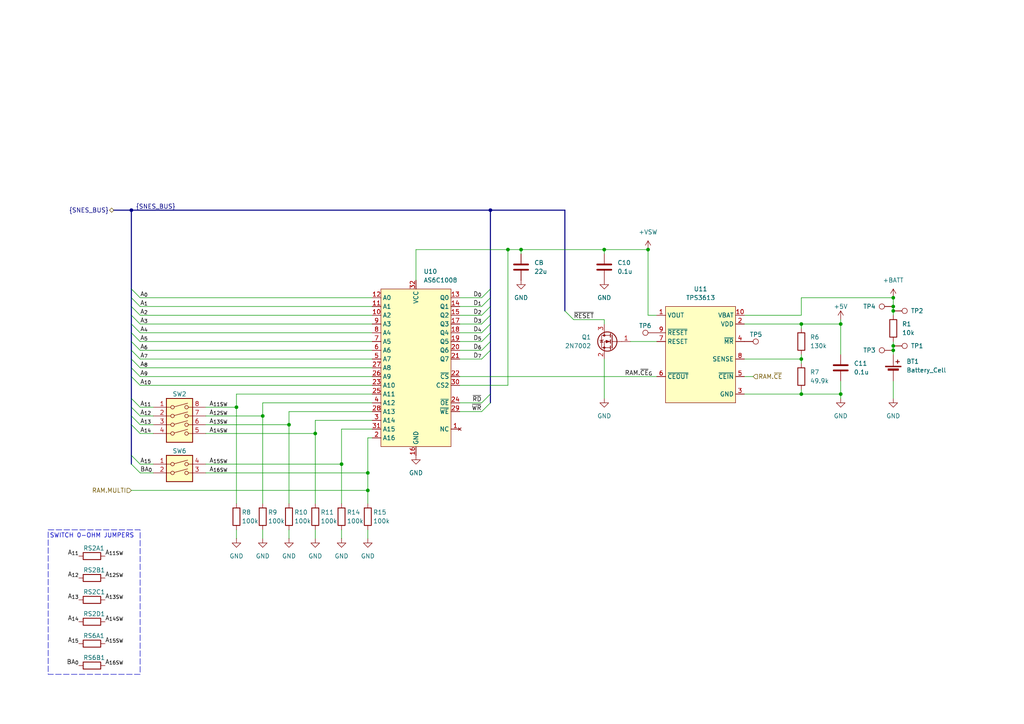
<source format=kicad_sch>
(kicad_sch
	(version 20231120)
	(generator "eeschema")
	(generator_version "8.0")
	(uuid "234bc56a-a097-4e1f-a919-8aad1c89780d")
	(paper "A4")
	(title_block
		(title "SNES Advanced Flash Cartridge (LoROM)")
		(date "2024-10-06")
		(rev "1.1")
		(company "https://github.com/MouseBiteLabs")
	)
	(lib_symbols
		(symbol "Bucketmouse:AS6C1008"
			(exclude_from_sim no)
			(in_bom yes)
			(on_board yes)
			(property "Reference" "U"
				(at -10.16 20.955 0)
				(effects
					(font
						(size 1.27 1.27)
					)
					(justify left bottom)
				)
			)
			(property "Value" "AS6C1008"
				(at 2.54 20.955 0)
				(effects
					(font
						(size 1.27 1.27)
					)
					(justify left bottom)
				)
			)
			(property "Footprint" ""
				(at 0 -2.54 0)
				(effects
					(font
						(size 1.27 1.27)
					)
					(hide yes)
				)
			)
			(property "Datasheet" ""
				(at 0 -2.54 0)
				(effects
					(font
						(size 1.27 1.27)
					)
					(hide yes)
				)
			)
			(property "Description" ""
				(at 0 0 0)
				(effects
					(font
						(size 1.27 1.27)
					)
					(hide yes)
				)
			)
			(property "ki_keywords" "RAM SRAM CMOS MEMORY"
				(at 0 0 0)
				(effects
					(font
						(size 1.27 1.27)
					)
					(hide yes)
				)
			)
			(property "ki_fp_filters" "DIP*W15.24mm*"
				(at 0 0 0)
				(effects
					(font
						(size 1.27 1.27)
					)
					(hide yes)
				)
			)
			(symbol "AS6C1008_1_0"
				(pin power_in line
					(at 0 -27.94 90)
					(length 2.54)
					(name "GND"
						(effects
							(font
								(size 1.27 1.27)
							)
						)
					)
					(number "16"
						(effects
							(font
								(size 1.27 1.27)
							)
						)
					)
				)
				(pin power_in line
					(at 0 22.86 270)
					(length 2.54)
					(name "VCC"
						(effects
							(font
								(size 1.27 1.27)
							)
						)
					)
					(number "32"
						(effects
							(font
								(size 1.27 1.27)
							)
						)
					)
				)
			)
			(symbol "AS6C1008_1_1"
				(rectangle
					(start -10.16 20.32)
					(end 10.16 -25.4)
					(stroke
						(width 0)
						(type default)
					)
					(fill
						(type background)
					)
				)
				(pin no_connect line
					(at 12.7 -20.32 180)
					(length 2.54)
					(name "NC"
						(effects
							(font
								(size 1.27 1.27)
							)
						)
					)
					(number "1"
						(effects
							(font
								(size 1.27 1.27)
							)
						)
					)
				)
				(pin input line
					(at -12.7 12.7 0)
					(length 2.54)
					(name "A2"
						(effects
							(font
								(size 1.27 1.27)
							)
						)
					)
					(number "10"
						(effects
							(font
								(size 1.27 1.27)
							)
						)
					)
				)
				(pin input line
					(at -12.7 15.24 0)
					(length 2.54)
					(name "A1"
						(effects
							(font
								(size 1.27 1.27)
							)
						)
					)
					(number "11"
						(effects
							(font
								(size 1.27 1.27)
							)
						)
					)
				)
				(pin input line
					(at -12.7 17.78 0)
					(length 2.54)
					(name "A0"
						(effects
							(font
								(size 1.27 1.27)
							)
						)
					)
					(number "12"
						(effects
							(font
								(size 1.27 1.27)
							)
						)
					)
				)
				(pin tri_state line
					(at 12.7 17.78 180)
					(length 2.54)
					(name "Q0"
						(effects
							(font
								(size 1.27 1.27)
							)
						)
					)
					(number "13"
						(effects
							(font
								(size 1.27 1.27)
							)
						)
					)
				)
				(pin tri_state line
					(at 12.7 15.24 180)
					(length 2.54)
					(name "Q1"
						(effects
							(font
								(size 1.27 1.27)
							)
						)
					)
					(number "14"
						(effects
							(font
								(size 1.27 1.27)
							)
						)
					)
				)
				(pin tri_state line
					(at 12.7 12.7 180)
					(length 2.54)
					(name "Q2"
						(effects
							(font
								(size 1.27 1.27)
							)
						)
					)
					(number "15"
						(effects
							(font
								(size 1.27 1.27)
							)
						)
					)
				)
				(pin tri_state line
					(at 12.7 10.16 180)
					(length 2.54)
					(name "Q3"
						(effects
							(font
								(size 1.27 1.27)
							)
						)
					)
					(number "17"
						(effects
							(font
								(size 1.27 1.27)
							)
						)
					)
				)
				(pin tri_state line
					(at 12.7 7.62 180)
					(length 2.54)
					(name "Q4"
						(effects
							(font
								(size 1.27 1.27)
							)
						)
					)
					(number "18"
						(effects
							(font
								(size 1.27 1.27)
							)
						)
					)
				)
				(pin tri_state line
					(at 12.7 5.08 180)
					(length 2.54)
					(name "Q5"
						(effects
							(font
								(size 1.27 1.27)
							)
						)
					)
					(number "19"
						(effects
							(font
								(size 1.27 1.27)
							)
						)
					)
				)
				(pin input line
					(at -12.7 -22.86 0)
					(length 2.54)
					(name "A16"
						(effects
							(font
								(size 1.27 1.27)
							)
						)
					)
					(number "2"
						(effects
							(font
								(size 1.27 1.27)
							)
						)
					)
				)
				(pin tri_state line
					(at 12.7 2.54 180)
					(length 2.54)
					(name "Q6"
						(effects
							(font
								(size 1.27 1.27)
							)
						)
					)
					(number "20"
						(effects
							(font
								(size 1.27 1.27)
							)
						)
					)
				)
				(pin tri_state line
					(at 12.7 0 180)
					(length 2.54)
					(name "Q7"
						(effects
							(font
								(size 1.27 1.27)
							)
						)
					)
					(number "21"
						(effects
							(font
								(size 1.27 1.27)
							)
						)
					)
				)
				(pin input line
					(at 12.7 -5.08 180)
					(length 2.54)
					(name "~{CS}"
						(effects
							(font
								(size 1.27 1.27)
							)
						)
					)
					(number "22"
						(effects
							(font
								(size 1.27 1.27)
							)
						)
					)
				)
				(pin input line
					(at -12.7 -7.62 0)
					(length 2.54)
					(name "A10"
						(effects
							(font
								(size 1.27 1.27)
							)
						)
					)
					(number "23"
						(effects
							(font
								(size 1.27 1.27)
							)
						)
					)
				)
				(pin input line
					(at 12.7 -12.7 180)
					(length 2.54)
					(name "~{OE}"
						(effects
							(font
								(size 1.27 1.27)
							)
						)
					)
					(number "24"
						(effects
							(font
								(size 1.27 1.27)
							)
						)
					)
				)
				(pin input line
					(at -12.7 -10.16 0)
					(length 2.54)
					(name "A11"
						(effects
							(font
								(size 1.27 1.27)
							)
						)
					)
					(number "25"
						(effects
							(font
								(size 1.27 1.27)
							)
						)
					)
				)
				(pin input line
					(at -12.7 -5.08 0)
					(length 2.54)
					(name "A9"
						(effects
							(font
								(size 1.27 1.27)
							)
						)
					)
					(number "26"
						(effects
							(font
								(size 1.27 1.27)
							)
						)
					)
				)
				(pin input line
					(at -12.7 -2.54 0)
					(length 2.54)
					(name "A8"
						(effects
							(font
								(size 1.27 1.27)
							)
						)
					)
					(number "27"
						(effects
							(font
								(size 1.27 1.27)
							)
						)
					)
				)
				(pin input line
					(at -12.7 -15.24 0)
					(length 2.54)
					(name "A13"
						(effects
							(font
								(size 1.27 1.27)
							)
						)
					)
					(number "28"
						(effects
							(font
								(size 1.27 1.27)
							)
						)
					)
				)
				(pin input line
					(at 12.7 -15.24 180)
					(length 2.54)
					(name "~{WE}"
						(effects
							(font
								(size 1.27 1.27)
							)
						)
					)
					(number "29"
						(effects
							(font
								(size 1.27 1.27)
							)
						)
					)
				)
				(pin input line
					(at -12.7 -17.78 0)
					(length 2.54)
					(name "A14"
						(effects
							(font
								(size 1.27 1.27)
							)
						)
					)
					(number "3"
						(effects
							(font
								(size 1.27 1.27)
							)
						)
					)
				)
				(pin input line
					(at 12.7 -7.62 180)
					(length 2.54)
					(name "CS2"
						(effects
							(font
								(size 1.27 1.27)
							)
						)
					)
					(number "30"
						(effects
							(font
								(size 1.27 1.27)
							)
						)
					)
				)
				(pin input line
					(at -12.7 -20.32 0)
					(length 2.54)
					(name "A15"
						(effects
							(font
								(size 1.27 1.27)
							)
						)
					)
					(number "31"
						(effects
							(font
								(size 1.27 1.27)
							)
						)
					)
				)
				(pin input line
					(at -12.7 -12.7 0)
					(length 2.54)
					(name "A12"
						(effects
							(font
								(size 1.27 1.27)
							)
						)
					)
					(number "4"
						(effects
							(font
								(size 1.27 1.27)
							)
						)
					)
				)
				(pin input line
					(at -12.7 0 0)
					(length 2.54)
					(name "A7"
						(effects
							(font
								(size 1.27 1.27)
							)
						)
					)
					(number "5"
						(effects
							(font
								(size 1.27 1.27)
							)
						)
					)
				)
				(pin input line
					(at -12.7 2.54 0)
					(length 2.54)
					(name "A6"
						(effects
							(font
								(size 1.27 1.27)
							)
						)
					)
					(number "6"
						(effects
							(font
								(size 1.27 1.27)
							)
						)
					)
				)
				(pin input line
					(at -12.7 5.08 0)
					(length 2.54)
					(name "A5"
						(effects
							(font
								(size 1.27 1.27)
							)
						)
					)
					(number "7"
						(effects
							(font
								(size 1.27 1.27)
							)
						)
					)
				)
				(pin input line
					(at -12.7 7.62 0)
					(length 2.54)
					(name "A4"
						(effects
							(font
								(size 1.27 1.27)
							)
						)
					)
					(number "8"
						(effects
							(font
								(size 1.27 1.27)
							)
						)
					)
				)
				(pin input line
					(at -12.7 10.16 0)
					(length 2.54)
					(name "A3"
						(effects
							(font
								(size 1.27 1.27)
							)
						)
					)
					(number "9"
						(effects
							(font
								(size 1.27 1.27)
							)
						)
					)
				)
			)
		)
		(symbol "Bucketmouse:TPS3613"
			(exclude_from_sim no)
			(in_bom yes)
			(on_board yes)
			(property "Reference" "U"
				(at -10.16 13.208 0)
				(effects
					(font
						(size 1.27 1.27)
					)
					(justify left bottom)
				)
			)
			(property "Value" "TPS3613"
				(at 1.778 13.208 0)
				(effects
					(font
						(size 1.27 1.27)
					)
					(justify left bottom)
				)
			)
			(property "Footprint" "MSOP-10"
				(at 0.508 0 0)
				(effects
					(font
						(size 1.27 1.27)
					)
					(hide yes)
				)
			)
			(property "Datasheet" ""
				(at 0 0 0)
				(effects
					(font
						(size 1.27 1.27)
					)
					(hide yes)
				)
			)
			(property "Description" ""
				(at 0 0 0)
				(effects
					(font
						(size 1.27 1.27)
					)
					(hide yes)
				)
			)
			(symbol "TPS3613_1_0"
				(pin power_in line
					(at 12.7 10.16 180)
					(length 2.54)
					(name "VOUT"
						(effects
							(font
								(size 1.27 1.27)
							)
						)
					)
					(number "1"
						(effects
							(font
								(size 1.27 1.27)
							)
						)
					)
				)
				(pin power_in line
					(at -12.7 10.16 0)
					(length 2.54)
					(name "VBAT"
						(effects
							(font
								(size 1.27 1.27)
							)
						)
					)
					(number "10"
						(effects
							(font
								(size 1.27 1.27)
							)
						)
					)
				)
				(pin power_in line
					(at -12.7 7.62 0)
					(length 2.54)
					(name "VDD"
						(effects
							(font
								(size 1.27 1.27)
							)
						)
					)
					(number "2"
						(effects
							(font
								(size 1.27 1.27)
							)
						)
					)
				)
				(pin power_in line
					(at -12.7 -12.7 0)
					(length 2.54)
					(name "GND"
						(effects
							(font
								(size 1.27 1.27)
							)
						)
					)
					(number "3"
						(effects
							(font
								(size 1.27 1.27)
							)
						)
					)
				)
				(pin input line
					(at -12.7 2.54 0)
					(length 2.54)
					(name "~{MR}"
						(effects
							(font
								(size 1.27 1.27)
							)
						)
					)
					(number "4"
						(effects
							(font
								(size 1.27 1.27)
							)
						)
					)
				)
				(pin input line
					(at -12.7 -7.62 0)
					(length 2.54)
					(name "~{CEIN}"
						(effects
							(font
								(size 1.27 1.27)
							)
						)
					)
					(number "5"
						(effects
							(font
								(size 1.27 1.27)
							)
						)
					)
				)
				(pin output line
					(at 12.7 -7.62 180)
					(length 2.54)
					(name "~{CEOUT}"
						(effects
							(font
								(size 1.27 1.27)
							)
						)
					)
					(number "6"
						(effects
							(font
								(size 1.27 1.27)
							)
						)
					)
				)
				(pin output line
					(at 12.7 2.54 180)
					(length 2.54)
					(name "RESET"
						(effects
							(font
								(size 1.27 1.27)
							)
						)
					)
					(number "7"
						(effects
							(font
								(size 1.27 1.27)
							)
						)
					)
				)
				(pin input line
					(at -12.7 -2.54 0)
					(length 2.54)
					(name "SENSE"
						(effects
							(font
								(size 1.27 1.27)
							)
						)
					)
					(number "8"
						(effects
							(font
								(size 1.27 1.27)
							)
						)
					)
				)
				(pin output line
					(at 12.7 5.08 180)
					(length 2.54)
					(name "~{RESET}"
						(effects
							(font
								(size 1.27 1.27)
							)
						)
					)
					(number "9"
						(effects
							(font
								(size 1.27 1.27)
							)
						)
					)
				)
			)
			(symbol "TPS3613_1_1"
				(rectangle
					(start -10.16 12.7)
					(end 10.16 -15.24)
					(stroke
						(width 0)
						(type default)
					)
					(fill
						(type background)
					)
				)
			)
		)
		(symbol "Connector:TestPoint"
			(pin_numbers hide)
			(pin_names
				(offset 0.762) hide)
			(exclude_from_sim no)
			(in_bom yes)
			(on_board yes)
			(property "Reference" "TP"
				(at 0 6.858 0)
				(effects
					(font
						(size 1.27 1.27)
					)
				)
			)
			(property "Value" "TestPoint"
				(at 0 5.08 0)
				(effects
					(font
						(size 1.27 1.27)
					)
				)
			)
			(property "Footprint" ""
				(at 5.08 0 0)
				(effects
					(font
						(size 1.27 1.27)
					)
					(hide yes)
				)
			)
			(property "Datasheet" "~"
				(at 5.08 0 0)
				(effects
					(font
						(size 1.27 1.27)
					)
					(hide yes)
				)
			)
			(property "Description" "test point"
				(at 0 0 0)
				(effects
					(font
						(size 1.27 1.27)
					)
					(hide yes)
				)
			)
			(property "ki_keywords" "test point tp"
				(at 0 0 0)
				(effects
					(font
						(size 1.27 1.27)
					)
					(hide yes)
				)
			)
			(property "ki_fp_filters" "Pin* Test*"
				(at 0 0 0)
				(effects
					(font
						(size 1.27 1.27)
					)
					(hide yes)
				)
			)
			(symbol "TestPoint_0_1"
				(circle
					(center 0 3.302)
					(radius 0.762)
					(stroke
						(width 0)
						(type default)
					)
					(fill
						(type none)
					)
				)
			)
			(symbol "TestPoint_1_1"
				(pin passive line
					(at 0 0 90)
					(length 2.54)
					(name "1"
						(effects
							(font
								(size 1.27 1.27)
							)
						)
					)
					(number "1"
						(effects
							(font
								(size 1.27 1.27)
							)
						)
					)
				)
			)
		)
		(symbol "Device:Battery_Cell"
			(pin_numbers hide)
			(pin_names
				(offset 0) hide)
			(exclude_from_sim no)
			(in_bom yes)
			(on_board yes)
			(property "Reference" "BT"
				(at 2.54 2.54 0)
				(effects
					(font
						(size 1.27 1.27)
					)
					(justify left)
				)
			)
			(property "Value" "Battery_Cell"
				(at 2.54 0 0)
				(effects
					(font
						(size 1.27 1.27)
					)
					(justify left)
				)
			)
			(property "Footprint" ""
				(at 0 1.524 90)
				(effects
					(font
						(size 1.27 1.27)
					)
					(hide yes)
				)
			)
			(property "Datasheet" "~"
				(at 0 1.524 90)
				(effects
					(font
						(size 1.27 1.27)
					)
					(hide yes)
				)
			)
			(property "Description" "Single-cell battery"
				(at 0 0 0)
				(effects
					(font
						(size 1.27 1.27)
					)
					(hide yes)
				)
			)
			(property "ki_keywords" "battery cell"
				(at 0 0 0)
				(effects
					(font
						(size 1.27 1.27)
					)
					(hide yes)
				)
			)
			(symbol "Battery_Cell_0_1"
				(rectangle
					(start -2.286 1.778)
					(end 2.286 1.524)
					(stroke
						(width 0)
						(type default)
					)
					(fill
						(type outline)
					)
				)
				(rectangle
					(start -1.524 1.016)
					(end 1.524 0.508)
					(stroke
						(width 0)
						(type default)
					)
					(fill
						(type outline)
					)
				)
				(polyline
					(pts
						(xy 0 0.762) (xy 0 0)
					)
					(stroke
						(width 0)
						(type default)
					)
					(fill
						(type none)
					)
				)
				(polyline
					(pts
						(xy 0 1.778) (xy 0 2.54)
					)
					(stroke
						(width 0)
						(type default)
					)
					(fill
						(type none)
					)
				)
				(polyline
					(pts
						(xy 0.762 3.048) (xy 1.778 3.048)
					)
					(stroke
						(width 0.254)
						(type default)
					)
					(fill
						(type none)
					)
				)
				(polyline
					(pts
						(xy 1.27 3.556) (xy 1.27 2.54)
					)
					(stroke
						(width 0.254)
						(type default)
					)
					(fill
						(type none)
					)
				)
			)
			(symbol "Battery_Cell_1_1"
				(pin passive line
					(at 0 5.08 270)
					(length 2.54)
					(name "+"
						(effects
							(font
								(size 1.27 1.27)
							)
						)
					)
					(number "1"
						(effects
							(font
								(size 1.27 1.27)
							)
						)
					)
				)
				(pin passive line
					(at 0 -2.54 90)
					(length 2.54)
					(name "-"
						(effects
							(font
								(size 1.27 1.27)
							)
						)
					)
					(number "2"
						(effects
							(font
								(size 1.27 1.27)
							)
						)
					)
				)
			)
		)
		(symbol "Device:C"
			(pin_numbers hide)
			(pin_names
				(offset 0.254)
			)
			(exclude_from_sim no)
			(in_bom yes)
			(on_board yes)
			(property "Reference" "C"
				(at 0.635 2.54 0)
				(effects
					(font
						(size 1.27 1.27)
					)
					(justify left)
				)
			)
			(property "Value" "C"
				(at 0.635 -2.54 0)
				(effects
					(font
						(size 1.27 1.27)
					)
					(justify left)
				)
			)
			(property "Footprint" ""
				(at 0.9652 -3.81 0)
				(effects
					(font
						(size 1.27 1.27)
					)
					(hide yes)
				)
			)
			(property "Datasheet" "~"
				(at 0 0 0)
				(effects
					(font
						(size 1.27 1.27)
					)
					(hide yes)
				)
			)
			(property "Description" "Unpolarized capacitor"
				(at 0 0 0)
				(effects
					(font
						(size 1.27 1.27)
					)
					(hide yes)
				)
			)
			(property "ki_keywords" "cap capacitor"
				(at 0 0 0)
				(effects
					(font
						(size 1.27 1.27)
					)
					(hide yes)
				)
			)
			(property "ki_fp_filters" "C_*"
				(at 0 0 0)
				(effects
					(font
						(size 1.27 1.27)
					)
					(hide yes)
				)
			)
			(symbol "C_0_1"
				(polyline
					(pts
						(xy -2.032 -0.762) (xy 2.032 -0.762)
					)
					(stroke
						(width 0.508)
						(type default)
					)
					(fill
						(type none)
					)
				)
				(polyline
					(pts
						(xy -2.032 0.762) (xy 2.032 0.762)
					)
					(stroke
						(width 0.508)
						(type default)
					)
					(fill
						(type none)
					)
				)
			)
			(symbol "C_1_1"
				(pin passive line
					(at 0 3.81 270)
					(length 2.794)
					(name "~"
						(effects
							(font
								(size 1.27 1.27)
							)
						)
					)
					(number "1"
						(effects
							(font
								(size 1.27 1.27)
							)
						)
					)
				)
				(pin passive line
					(at 0 -3.81 90)
					(length 2.794)
					(name "~"
						(effects
							(font
								(size 1.27 1.27)
							)
						)
					)
					(number "2"
						(effects
							(font
								(size 1.27 1.27)
							)
						)
					)
				)
			)
		)
		(symbol "Device:R"
			(pin_numbers hide)
			(pin_names
				(offset 0)
			)
			(exclude_from_sim no)
			(in_bom yes)
			(on_board yes)
			(property "Reference" "R"
				(at 2.032 0 90)
				(effects
					(font
						(size 1.27 1.27)
					)
				)
			)
			(property "Value" "R"
				(at 0 0 90)
				(effects
					(font
						(size 1.27 1.27)
					)
				)
			)
			(property "Footprint" ""
				(at -1.778 0 90)
				(effects
					(font
						(size 1.27 1.27)
					)
					(hide yes)
				)
			)
			(property "Datasheet" "~"
				(at 0 0 0)
				(effects
					(font
						(size 1.27 1.27)
					)
					(hide yes)
				)
			)
			(property "Description" "Resistor"
				(at 0 0 0)
				(effects
					(font
						(size 1.27 1.27)
					)
					(hide yes)
				)
			)
			(property "ki_keywords" "R res resistor"
				(at 0 0 0)
				(effects
					(font
						(size 1.27 1.27)
					)
					(hide yes)
				)
			)
			(property "ki_fp_filters" "R_*"
				(at 0 0 0)
				(effects
					(font
						(size 1.27 1.27)
					)
					(hide yes)
				)
			)
			(symbol "R_0_1"
				(rectangle
					(start -1.016 -2.54)
					(end 1.016 2.54)
					(stroke
						(width 0.254)
						(type default)
					)
					(fill
						(type none)
					)
				)
			)
			(symbol "R_1_1"
				(pin passive line
					(at 0 3.81 270)
					(length 1.27)
					(name "~"
						(effects
							(font
								(size 1.27 1.27)
							)
						)
					)
					(number "1"
						(effects
							(font
								(size 1.27 1.27)
							)
						)
					)
				)
				(pin passive line
					(at 0 -3.81 90)
					(length 1.27)
					(name "~"
						(effects
							(font
								(size 1.27 1.27)
							)
						)
					)
					(number "2"
						(effects
							(font
								(size 1.27 1.27)
							)
						)
					)
				)
			)
		)
		(symbol "Switch:SW_DIP_x02"
			(pin_names
				(offset 0) hide)
			(exclude_from_sim no)
			(in_bom yes)
			(on_board yes)
			(property "Reference" "SW"
				(at 0 6.35 0)
				(effects
					(font
						(size 1.27 1.27)
					)
				)
			)
			(property "Value" "SW_DIP_x02"
				(at 0 -3.81 0)
				(effects
					(font
						(size 1.27 1.27)
					)
				)
			)
			(property "Footprint" ""
				(at 0 0 0)
				(effects
					(font
						(size 1.27 1.27)
					)
					(hide yes)
				)
			)
			(property "Datasheet" "~"
				(at 0 0 0)
				(effects
					(font
						(size 1.27 1.27)
					)
					(hide yes)
				)
			)
			(property "Description" "2x DIP Switch, Single Pole Single Throw (SPST) switch, small symbol"
				(at 0 0 0)
				(effects
					(font
						(size 1.27 1.27)
					)
					(hide yes)
				)
			)
			(property "ki_keywords" "dip switch"
				(at 0 0 0)
				(effects
					(font
						(size 1.27 1.27)
					)
					(hide yes)
				)
			)
			(property "ki_fp_filters" "SW?DIP?x2*"
				(at 0 0 0)
				(effects
					(font
						(size 1.27 1.27)
					)
					(hide yes)
				)
			)
			(symbol "SW_DIP_x02_0_0"
				(circle
					(center -2.032 0)
					(radius 0.508)
					(stroke
						(width 0)
						(type default)
					)
					(fill
						(type none)
					)
				)
				(circle
					(center -2.032 2.54)
					(radius 0.508)
					(stroke
						(width 0)
						(type default)
					)
					(fill
						(type none)
					)
				)
				(polyline
					(pts
						(xy -1.524 0.127) (xy 2.3622 1.1684)
					)
					(stroke
						(width 0)
						(type default)
					)
					(fill
						(type none)
					)
				)
				(polyline
					(pts
						(xy -1.524 2.667) (xy 2.3622 3.7084)
					)
					(stroke
						(width 0)
						(type default)
					)
					(fill
						(type none)
					)
				)
				(circle
					(center 2.032 0)
					(radius 0.508)
					(stroke
						(width 0)
						(type default)
					)
					(fill
						(type none)
					)
				)
				(circle
					(center 2.032 2.54)
					(radius 0.508)
					(stroke
						(width 0)
						(type default)
					)
					(fill
						(type none)
					)
				)
			)
			(symbol "SW_DIP_x02_0_1"
				(rectangle
					(start -3.81 5.08)
					(end 3.81 -2.54)
					(stroke
						(width 0.254)
						(type default)
					)
					(fill
						(type background)
					)
				)
			)
			(symbol "SW_DIP_x02_1_1"
				(pin passive line
					(at -7.62 2.54 0)
					(length 5.08)
					(name "~"
						(effects
							(font
								(size 1.27 1.27)
							)
						)
					)
					(number "1"
						(effects
							(font
								(size 1.27 1.27)
							)
						)
					)
				)
				(pin passive line
					(at -7.62 0 0)
					(length 5.08)
					(name "~"
						(effects
							(font
								(size 1.27 1.27)
							)
						)
					)
					(number "2"
						(effects
							(font
								(size 1.27 1.27)
							)
						)
					)
				)
				(pin passive line
					(at 7.62 0 180)
					(length 5.08)
					(name "~"
						(effects
							(font
								(size 1.27 1.27)
							)
						)
					)
					(number "3"
						(effects
							(font
								(size 1.27 1.27)
							)
						)
					)
				)
				(pin passive line
					(at 7.62 2.54 180)
					(length 5.08)
					(name "~"
						(effects
							(font
								(size 1.27 1.27)
							)
						)
					)
					(number "4"
						(effects
							(font
								(size 1.27 1.27)
							)
						)
					)
				)
			)
		)
		(symbol "Switch:SW_DIP_x04"
			(pin_names
				(offset 0) hide)
			(exclude_from_sim no)
			(in_bom yes)
			(on_board yes)
			(property "Reference" "SW"
				(at 0 8.89 0)
				(effects
					(font
						(size 1.27 1.27)
					)
				)
			)
			(property "Value" "SW_DIP_x04"
				(at 0 -6.35 0)
				(effects
					(font
						(size 1.27 1.27)
					)
				)
			)
			(property "Footprint" ""
				(at 0 0 0)
				(effects
					(font
						(size 1.27 1.27)
					)
					(hide yes)
				)
			)
			(property "Datasheet" "~"
				(at 0 0 0)
				(effects
					(font
						(size 1.27 1.27)
					)
					(hide yes)
				)
			)
			(property "Description" "4x DIP Switch, Single Pole Single Throw (SPST) switch, small symbol"
				(at 0 0 0)
				(effects
					(font
						(size 1.27 1.27)
					)
					(hide yes)
				)
			)
			(property "ki_keywords" "dip switch"
				(at 0 0 0)
				(effects
					(font
						(size 1.27 1.27)
					)
					(hide yes)
				)
			)
			(property "ki_fp_filters" "SW?DIP?x4*"
				(at 0 0 0)
				(effects
					(font
						(size 1.27 1.27)
					)
					(hide yes)
				)
			)
			(symbol "SW_DIP_x04_0_0"
				(circle
					(center -2.032 -2.54)
					(radius 0.508)
					(stroke
						(width 0)
						(type default)
					)
					(fill
						(type none)
					)
				)
				(circle
					(center -2.032 0)
					(radius 0.508)
					(stroke
						(width 0)
						(type default)
					)
					(fill
						(type none)
					)
				)
				(circle
					(center -2.032 2.54)
					(radius 0.508)
					(stroke
						(width 0)
						(type default)
					)
					(fill
						(type none)
					)
				)
				(circle
					(center -2.032 5.08)
					(radius 0.508)
					(stroke
						(width 0)
						(type default)
					)
					(fill
						(type none)
					)
				)
				(polyline
					(pts
						(xy -1.524 -2.3876) (xy 2.3622 -1.3462)
					)
					(stroke
						(width 0)
						(type default)
					)
					(fill
						(type none)
					)
				)
				(polyline
					(pts
						(xy -1.524 0.127) (xy 2.3622 1.1684)
					)
					(stroke
						(width 0)
						(type default)
					)
					(fill
						(type none)
					)
				)
				(polyline
					(pts
						(xy -1.524 2.667) (xy 2.3622 3.7084)
					)
					(stroke
						(width 0)
						(type default)
					)
					(fill
						(type none)
					)
				)
				(polyline
					(pts
						(xy -1.524 5.207) (xy 2.3622 6.2484)
					)
					(stroke
						(width 0)
						(type default)
					)
					(fill
						(type none)
					)
				)
				(circle
					(center 2.032 -2.54)
					(radius 0.508)
					(stroke
						(width 0)
						(type default)
					)
					(fill
						(type none)
					)
				)
				(circle
					(center 2.032 0)
					(radius 0.508)
					(stroke
						(width 0)
						(type default)
					)
					(fill
						(type none)
					)
				)
				(circle
					(center 2.032 2.54)
					(radius 0.508)
					(stroke
						(width 0)
						(type default)
					)
					(fill
						(type none)
					)
				)
				(circle
					(center 2.032 5.08)
					(radius 0.508)
					(stroke
						(width 0)
						(type default)
					)
					(fill
						(type none)
					)
				)
			)
			(symbol "SW_DIP_x04_0_1"
				(rectangle
					(start -3.81 7.62)
					(end 3.81 -5.08)
					(stroke
						(width 0.254)
						(type default)
					)
					(fill
						(type background)
					)
				)
			)
			(symbol "SW_DIP_x04_1_1"
				(pin passive line
					(at -7.62 5.08 0)
					(length 5.08)
					(name "~"
						(effects
							(font
								(size 1.27 1.27)
							)
						)
					)
					(number "1"
						(effects
							(font
								(size 1.27 1.27)
							)
						)
					)
				)
				(pin passive line
					(at -7.62 2.54 0)
					(length 5.08)
					(name "~"
						(effects
							(font
								(size 1.27 1.27)
							)
						)
					)
					(number "2"
						(effects
							(font
								(size 1.27 1.27)
							)
						)
					)
				)
				(pin passive line
					(at -7.62 0 0)
					(length 5.08)
					(name "~"
						(effects
							(font
								(size 1.27 1.27)
							)
						)
					)
					(number "3"
						(effects
							(font
								(size 1.27 1.27)
							)
						)
					)
				)
				(pin passive line
					(at -7.62 -2.54 0)
					(length 5.08)
					(name "~"
						(effects
							(font
								(size 1.27 1.27)
							)
						)
					)
					(number "4"
						(effects
							(font
								(size 1.27 1.27)
							)
						)
					)
				)
				(pin passive line
					(at 7.62 -2.54 180)
					(length 5.08)
					(name "~"
						(effects
							(font
								(size 1.27 1.27)
							)
						)
					)
					(number "5"
						(effects
							(font
								(size 1.27 1.27)
							)
						)
					)
				)
				(pin passive line
					(at 7.62 0 180)
					(length 5.08)
					(name "~"
						(effects
							(font
								(size 1.27 1.27)
							)
						)
					)
					(number "6"
						(effects
							(font
								(size 1.27 1.27)
							)
						)
					)
				)
				(pin passive line
					(at 7.62 2.54 180)
					(length 5.08)
					(name "~"
						(effects
							(font
								(size 1.27 1.27)
							)
						)
					)
					(number "7"
						(effects
							(font
								(size 1.27 1.27)
							)
						)
					)
				)
				(pin passive line
					(at 7.62 5.08 180)
					(length 5.08)
					(name "~"
						(effects
							(font
								(size 1.27 1.27)
							)
						)
					)
					(number "8"
						(effects
							(font
								(size 1.27 1.27)
							)
						)
					)
				)
			)
		)
		(symbol "Transistor_FET:2N7002"
			(pin_names hide)
			(exclude_from_sim no)
			(in_bom yes)
			(on_board yes)
			(property "Reference" "Q"
				(at 5.08 1.905 0)
				(effects
					(font
						(size 1.27 1.27)
					)
					(justify left)
				)
			)
			(property "Value" "2N7002"
				(at 5.08 0 0)
				(effects
					(font
						(size 1.27 1.27)
					)
					(justify left)
				)
			)
			(property "Footprint" "Package_TO_SOT_SMD:SOT-23"
				(at 5.08 -1.905 0)
				(effects
					(font
						(size 1.27 1.27)
						(italic yes)
					)
					(justify left)
					(hide yes)
				)
			)
			(property "Datasheet" "https://www.onsemi.com/pub/Collateral/NDS7002A-D.PDF"
				(at 5.08 -3.81 0)
				(effects
					(font
						(size 1.27 1.27)
					)
					(justify left)
					(hide yes)
				)
			)
			(property "Description" "0.115A Id, 60V Vds, N-Channel MOSFET, SOT-23"
				(at 0 0 0)
				(effects
					(font
						(size 1.27 1.27)
					)
					(hide yes)
				)
			)
			(property "ki_keywords" "N-Channel Switching MOSFET"
				(at 0 0 0)
				(effects
					(font
						(size 1.27 1.27)
					)
					(hide yes)
				)
			)
			(property "ki_fp_filters" "SOT?23*"
				(at 0 0 0)
				(effects
					(font
						(size 1.27 1.27)
					)
					(hide yes)
				)
			)
			(symbol "2N7002_0_1"
				(polyline
					(pts
						(xy 0.254 0) (xy -2.54 0)
					)
					(stroke
						(width 0)
						(type default)
					)
					(fill
						(type none)
					)
				)
				(polyline
					(pts
						(xy 0.254 1.905) (xy 0.254 -1.905)
					)
					(stroke
						(width 0.254)
						(type default)
					)
					(fill
						(type none)
					)
				)
				(polyline
					(pts
						(xy 0.762 -1.27) (xy 0.762 -2.286)
					)
					(stroke
						(width 0.254)
						(type default)
					)
					(fill
						(type none)
					)
				)
				(polyline
					(pts
						(xy 0.762 0.508) (xy 0.762 -0.508)
					)
					(stroke
						(width 0.254)
						(type default)
					)
					(fill
						(type none)
					)
				)
				(polyline
					(pts
						(xy 0.762 2.286) (xy 0.762 1.27)
					)
					(stroke
						(width 0.254)
						(type default)
					)
					(fill
						(type none)
					)
				)
				(polyline
					(pts
						(xy 2.54 2.54) (xy 2.54 1.778)
					)
					(stroke
						(width 0)
						(type default)
					)
					(fill
						(type none)
					)
				)
				(polyline
					(pts
						(xy 2.54 -2.54) (xy 2.54 0) (xy 0.762 0)
					)
					(stroke
						(width 0)
						(type default)
					)
					(fill
						(type none)
					)
				)
				(polyline
					(pts
						(xy 0.762 -1.778) (xy 3.302 -1.778) (xy 3.302 1.778) (xy 0.762 1.778)
					)
					(stroke
						(width 0)
						(type default)
					)
					(fill
						(type none)
					)
				)
				(polyline
					(pts
						(xy 1.016 0) (xy 2.032 0.381) (xy 2.032 -0.381) (xy 1.016 0)
					)
					(stroke
						(width 0)
						(type default)
					)
					(fill
						(type outline)
					)
				)
				(polyline
					(pts
						(xy 2.794 0.508) (xy 2.921 0.381) (xy 3.683 0.381) (xy 3.81 0.254)
					)
					(stroke
						(width 0)
						(type default)
					)
					(fill
						(type none)
					)
				)
				(polyline
					(pts
						(xy 3.302 0.381) (xy 2.921 -0.254) (xy 3.683 -0.254) (xy 3.302 0.381)
					)
					(stroke
						(width 0)
						(type default)
					)
					(fill
						(type none)
					)
				)
				(circle
					(center 1.651 0)
					(radius 2.794)
					(stroke
						(width 0.254)
						(type default)
					)
					(fill
						(type none)
					)
				)
				(circle
					(center 2.54 -1.778)
					(radius 0.254)
					(stroke
						(width 0)
						(type default)
					)
					(fill
						(type outline)
					)
				)
				(circle
					(center 2.54 1.778)
					(radius 0.254)
					(stroke
						(width 0)
						(type default)
					)
					(fill
						(type outline)
					)
				)
			)
			(symbol "2N7002_1_1"
				(pin input line
					(at -5.08 0 0)
					(length 2.54)
					(name "G"
						(effects
							(font
								(size 1.27 1.27)
							)
						)
					)
					(number "1"
						(effects
							(font
								(size 1.27 1.27)
							)
						)
					)
				)
				(pin passive line
					(at 2.54 -5.08 90)
					(length 2.54)
					(name "S"
						(effects
							(font
								(size 1.27 1.27)
							)
						)
					)
					(number "2"
						(effects
							(font
								(size 1.27 1.27)
							)
						)
					)
				)
				(pin passive line
					(at 2.54 5.08 270)
					(length 2.54)
					(name "D"
						(effects
							(font
								(size 1.27 1.27)
							)
						)
					)
					(number "3"
						(effects
							(font
								(size 1.27 1.27)
							)
						)
					)
				)
			)
		)
		(symbol "power:+5V"
			(power)
			(pin_numbers hide)
			(pin_names
				(offset 0) hide)
			(exclude_from_sim no)
			(in_bom yes)
			(on_board yes)
			(property "Reference" "#PWR"
				(at 0 -3.81 0)
				(effects
					(font
						(size 1.27 1.27)
					)
					(hide yes)
				)
			)
			(property "Value" "+5V"
				(at 0 3.556 0)
				(effects
					(font
						(size 1.27 1.27)
					)
				)
			)
			(property "Footprint" ""
				(at 0 0 0)
				(effects
					(font
						(size 1.27 1.27)
					)
					(hide yes)
				)
			)
			(property "Datasheet" ""
				(at 0 0 0)
				(effects
					(font
						(size 1.27 1.27)
					)
					(hide yes)
				)
			)
			(property "Description" "Power symbol creates a global label with name \"+5V\""
				(at 0 0 0)
				(effects
					(font
						(size 1.27 1.27)
					)
					(hide yes)
				)
			)
			(property "ki_keywords" "global power"
				(at 0 0 0)
				(effects
					(font
						(size 1.27 1.27)
					)
					(hide yes)
				)
			)
			(symbol "+5V_0_1"
				(polyline
					(pts
						(xy -0.762 1.27) (xy 0 2.54)
					)
					(stroke
						(width 0)
						(type default)
					)
					(fill
						(type none)
					)
				)
				(polyline
					(pts
						(xy 0 0) (xy 0 2.54)
					)
					(stroke
						(width 0)
						(type default)
					)
					(fill
						(type none)
					)
				)
				(polyline
					(pts
						(xy 0 2.54) (xy 0.762 1.27)
					)
					(stroke
						(width 0)
						(type default)
					)
					(fill
						(type none)
					)
				)
			)
			(symbol "+5V_1_1"
				(pin power_in line
					(at 0 0 90)
					(length 0)
					(name "~"
						(effects
							(font
								(size 1.27 1.27)
							)
						)
					)
					(number "1"
						(effects
							(font
								(size 1.27 1.27)
							)
						)
					)
				)
			)
		)
		(symbol "power:+BATT"
			(power)
			(pin_numbers hide)
			(pin_names
				(offset 0) hide)
			(exclude_from_sim no)
			(in_bom yes)
			(on_board yes)
			(property "Reference" "#PWR"
				(at 0 -3.81 0)
				(effects
					(font
						(size 1.27 1.27)
					)
					(hide yes)
				)
			)
			(property "Value" "+BATT"
				(at 0 3.556 0)
				(effects
					(font
						(size 1.27 1.27)
					)
				)
			)
			(property "Footprint" ""
				(at 0 0 0)
				(effects
					(font
						(size 1.27 1.27)
					)
					(hide yes)
				)
			)
			(property "Datasheet" ""
				(at 0 0 0)
				(effects
					(font
						(size 1.27 1.27)
					)
					(hide yes)
				)
			)
			(property "Description" "Power symbol creates a global label with name \"+BATT\""
				(at 0 0 0)
				(effects
					(font
						(size 1.27 1.27)
					)
					(hide yes)
				)
			)
			(property "ki_keywords" "global power battery"
				(at 0 0 0)
				(effects
					(font
						(size 1.27 1.27)
					)
					(hide yes)
				)
			)
			(symbol "+BATT_0_1"
				(polyline
					(pts
						(xy -0.762 1.27) (xy 0 2.54)
					)
					(stroke
						(width 0)
						(type default)
					)
					(fill
						(type none)
					)
				)
				(polyline
					(pts
						(xy 0 0) (xy 0 2.54)
					)
					(stroke
						(width 0)
						(type default)
					)
					(fill
						(type none)
					)
				)
				(polyline
					(pts
						(xy 0 2.54) (xy 0.762 1.27)
					)
					(stroke
						(width 0)
						(type default)
					)
					(fill
						(type none)
					)
				)
			)
			(symbol "+BATT_1_1"
				(pin power_in line
					(at 0 0 90)
					(length 0)
					(name "~"
						(effects
							(font
								(size 1.27 1.27)
							)
						)
					)
					(number "1"
						(effects
							(font
								(size 1.27 1.27)
							)
						)
					)
				)
			)
		)
		(symbol "power:+VSW"
			(power)
			(pin_numbers hide)
			(pin_names
				(offset 0) hide)
			(exclude_from_sim no)
			(in_bom yes)
			(on_board yes)
			(property "Reference" "#PWR"
				(at 0 -3.81 0)
				(effects
					(font
						(size 1.27 1.27)
					)
					(hide yes)
				)
			)
			(property "Value" "+VSW"
				(at 0 3.556 0)
				(effects
					(font
						(size 1.27 1.27)
					)
				)
			)
			(property "Footprint" ""
				(at 0 0 0)
				(effects
					(font
						(size 1.27 1.27)
					)
					(hide yes)
				)
			)
			(property "Datasheet" ""
				(at 0 0 0)
				(effects
					(font
						(size 1.27 1.27)
					)
					(hide yes)
				)
			)
			(property "Description" "Power symbol creates a global label with name \"+VSW\""
				(at 0 0 0)
				(effects
					(font
						(size 1.27 1.27)
					)
					(hide yes)
				)
			)
			(property "ki_keywords" "global power"
				(at 0 0 0)
				(effects
					(font
						(size 1.27 1.27)
					)
					(hide yes)
				)
			)
			(symbol "+VSW_0_1"
				(polyline
					(pts
						(xy -0.762 1.27) (xy 0 2.54)
					)
					(stroke
						(width 0)
						(type default)
					)
					(fill
						(type none)
					)
				)
				(polyline
					(pts
						(xy 0 0) (xy 0 2.54)
					)
					(stroke
						(width 0)
						(type default)
					)
					(fill
						(type none)
					)
				)
				(polyline
					(pts
						(xy 0 2.54) (xy 0.762 1.27)
					)
					(stroke
						(width 0)
						(type default)
					)
					(fill
						(type none)
					)
				)
			)
			(symbol "+VSW_1_1"
				(pin power_in line
					(at 0 0 90)
					(length 0)
					(name "~"
						(effects
							(font
								(size 1.27 1.27)
							)
						)
					)
					(number "1"
						(effects
							(font
								(size 1.27 1.27)
							)
						)
					)
				)
			)
		)
		(symbol "power:GND"
			(power)
			(pin_numbers hide)
			(pin_names
				(offset 0) hide)
			(exclude_from_sim no)
			(in_bom yes)
			(on_board yes)
			(property "Reference" "#PWR"
				(at 0 -6.35 0)
				(effects
					(font
						(size 1.27 1.27)
					)
					(hide yes)
				)
			)
			(property "Value" "GND"
				(at 0 -3.81 0)
				(effects
					(font
						(size 1.27 1.27)
					)
				)
			)
			(property "Footprint" ""
				(at 0 0 0)
				(effects
					(font
						(size 1.27 1.27)
					)
					(hide yes)
				)
			)
			(property "Datasheet" ""
				(at 0 0 0)
				(effects
					(font
						(size 1.27 1.27)
					)
					(hide yes)
				)
			)
			(property "Description" "Power symbol creates a global label with name \"GND\" , ground"
				(at 0 0 0)
				(effects
					(font
						(size 1.27 1.27)
					)
					(hide yes)
				)
			)
			(property "ki_keywords" "global power"
				(at 0 0 0)
				(effects
					(font
						(size 1.27 1.27)
					)
					(hide yes)
				)
			)
			(symbol "GND_0_1"
				(polyline
					(pts
						(xy 0 0) (xy 0 -1.27) (xy 1.27 -1.27) (xy 0 -2.54) (xy -1.27 -1.27) (xy 0 -1.27)
					)
					(stroke
						(width 0)
						(type default)
					)
					(fill
						(type none)
					)
				)
			)
			(symbol "GND_1_1"
				(pin power_in line
					(at 0 0 270)
					(length 0)
					(name "~"
						(effects
							(font
								(size 1.27 1.27)
							)
						)
					)
					(number "1"
						(effects
							(font
								(size 1.27 1.27)
							)
						)
					)
				)
			)
		)
	)
	(junction
		(at 232.41 93.98)
		(diameter 0)
		(color 0 0 0 0)
		(uuid "0c94e19d-463f-4d4a-a4a4-0b4c3684e71f")
	)
	(junction
		(at 243.84 93.98)
		(diameter 0)
		(color 0 0 0 0)
		(uuid "2ac3b92d-48e8-41e1-84a3-7564080a29fb")
	)
	(junction
		(at 68.58 118.11)
		(diameter 0)
		(color 0 0 0 0)
		(uuid "34ebc190-7409-4efb-92ca-3c0178e7b52f")
	)
	(junction
		(at 259.08 86.36)
		(diameter 0)
		(color 0 0 0 0)
		(uuid "3625fac2-e1b2-4e31-a340-a1eeba43fa47")
	)
	(junction
		(at 106.68 142.24)
		(diameter 0)
		(color 0 0 0 0)
		(uuid "3ea0798d-abcd-42a7-b816-8bd903c94b79")
	)
	(junction
		(at 243.84 114.3)
		(diameter 0)
		(color 0 0 0 0)
		(uuid "480670cf-ec76-4812-9a86-37a39c07fdad")
	)
	(junction
		(at 142.24 60.96)
		(diameter 0)
		(color 0 0 0 0)
		(uuid "5330ac13-9a03-4486-895a-d7bba1f5cbc7")
	)
	(junction
		(at 91.44 125.73)
		(diameter 0)
		(color 0 0 0 0)
		(uuid "56c84f94-4a42-40c8-a98b-fa8e03f9d28a")
	)
	(junction
		(at 259.08 90.17)
		(diameter 0)
		(color 0 0 0 0)
		(uuid "614b68dc-2dee-4095-b562-e205f6f7cb16")
	)
	(junction
		(at 232.41 114.3)
		(diameter 0)
		(color 0 0 0 0)
		(uuid "628c949e-b286-4304-886f-2aac7cda80c7")
	)
	(junction
		(at 175.26 72.39)
		(diameter 0)
		(color 0 0 0 0)
		(uuid "6b31a1e7-63e6-46ef-833f-09a60a9969f2")
	)
	(junction
		(at 232.41 104.14)
		(diameter 0)
		(color 0 0 0 0)
		(uuid "72f8fc26-bf77-4411-80d4-02d0af5a86a6")
	)
	(junction
		(at 187.96 72.39)
		(diameter 0)
		(color 0 0 0 0)
		(uuid "76adf610-4927-4c45-8191-d5dcd5d37692")
	)
	(junction
		(at 99.06 134.62)
		(diameter 0)
		(color 0 0 0 0)
		(uuid "8d80e817-7e41-4290-a50c-0834546fc33e")
	)
	(junction
		(at 38.1 60.96)
		(diameter 0)
		(color 0 0 0 0)
		(uuid "9044ce8b-45b9-4b54-bdbc-4e6a88238cbd")
	)
	(junction
		(at 147.32 72.39)
		(diameter 0)
		(color 0 0 0 0)
		(uuid "b3b97b57-1bc8-4140-9f97-7134ee030957")
	)
	(junction
		(at 259.08 88.9)
		(diameter 0)
		(color 0 0 0 0)
		(uuid "ba369f22-8878-497e-9be1-dfe5b1966920")
	)
	(junction
		(at 259.08 100.33)
		(diameter 0)
		(color 0 0 0 0)
		(uuid "c21186ca-67b8-4fd5-aed7-f26383d8e121")
	)
	(junction
		(at 83.82 123.19)
		(diameter 0)
		(color 0 0 0 0)
		(uuid "c3c8764d-8dba-4853-ba0b-203599f364d5")
	)
	(junction
		(at 259.08 101.6)
		(diameter 0)
		(color 0 0 0 0)
		(uuid "c4554089-04f7-4cc7-bc3a-d7cd04dcba5e")
	)
	(junction
		(at 106.68 137.16)
		(diameter 0)
		(color 0 0 0 0)
		(uuid "cc39624c-6c51-486f-b139-2940773d75c8")
	)
	(junction
		(at 76.2 120.65)
		(diameter 0)
		(color 0 0 0 0)
		(uuid "da3276e7-3a24-4e98-938e-0a413a5ec872")
	)
	(junction
		(at 151.13 72.39)
		(diameter 0)
		(color 0 0 0 0)
		(uuid "e1ba955d-26bc-438a-8f3b-f7b8a4ee3fa7")
	)
	(bus_entry
		(at 142.24 101.6)
		(size -2.54 2.54)
		(stroke
			(width 0)
			(type default)
		)
		(uuid "001687d3-9c54-4d0a-9755-bc1d2a4897b2")
	)
	(bus_entry
		(at 38.1 96.52)
		(size 2.54 2.54)
		(stroke
			(width 0)
			(type default)
		)
		(uuid "0a08b88a-e7dc-4387-851c-e8133e257e86")
	)
	(bus_entry
		(at 38.1 99.06)
		(size 2.54 2.54)
		(stroke
			(width 0)
			(type default)
		)
		(uuid "2618000b-5d54-4f00-8e6b-fc547430ab5b")
	)
	(bus_entry
		(at 38.1 120.65)
		(size 2.54 2.54)
		(stroke
			(width 0)
			(type default)
		)
		(uuid "2eec9bbe-11ee-4854-8319-4c2cd39d3b67")
	)
	(bus_entry
		(at 38.1 106.68)
		(size 2.54 2.54)
		(stroke
			(width 0)
			(type default)
		)
		(uuid "414f582f-6cd6-430a-bfe3-d8a729d0ff94")
	)
	(bus_entry
		(at 142.24 96.52)
		(size -2.54 2.54)
		(stroke
			(width 0)
			(type default)
		)
		(uuid "4fb7c81c-dab5-427f-80e9-7d12764cf808")
	)
	(bus_entry
		(at 38.1 123.19)
		(size 2.54 2.54)
		(stroke
			(width 0)
			(type default)
		)
		(uuid "590f197d-7b96-4ee5-82e9-d1a9805ca92f")
	)
	(bus_entry
		(at 38.1 88.9)
		(size 2.54 2.54)
		(stroke
			(width 0)
			(type default)
		)
		(uuid "5c7ce3e0-748e-461b-ae6d-c37130ad2355")
	)
	(bus_entry
		(at 38.1 134.62)
		(size 2.54 2.54)
		(stroke
			(width 0)
			(type default)
		)
		(uuid "5f68a5d6-1b3c-49df-b9ec-a8c55754d709")
	)
	(bus_entry
		(at 38.1 104.14)
		(size 2.54 2.54)
		(stroke
			(width 0)
			(type default)
		)
		(uuid "5ffa82c0-6a8e-47c8-b38d-404834f47263")
	)
	(bus_entry
		(at 38.1 101.6)
		(size 2.54 2.54)
		(stroke
			(width 0)
			(type default)
		)
		(uuid "729d48c5-c46d-4c5d-8a38-2a49426f6570")
	)
	(bus_entry
		(at 163.83 90.17)
		(size 2.54 2.54)
		(stroke
			(width 0)
			(type default)
		)
		(uuid "9056dfbc-c5f7-444b-9aff-fd9a181bacdd")
	)
	(bus_entry
		(at 38.1 118.11)
		(size 2.54 2.54)
		(stroke
			(width 0)
			(type default)
		)
		(uuid "9e29159d-50b5-4f8a-92a6-480aa7e402d7")
	)
	(bus_entry
		(at 38.1 93.98)
		(size 2.54 2.54)
		(stroke
			(width 0)
			(type default)
		)
		(uuid "9f395a8a-358f-4028-9637-28d0db2e9de8")
	)
	(bus_entry
		(at 142.24 99.06)
		(size -2.54 2.54)
		(stroke
			(width 0)
			(type default)
		)
		(uuid "ab2e7b7f-f798-466d-8c83-84993e05e60d")
	)
	(bus_entry
		(at 38.1 132.08)
		(size 2.54 2.54)
		(stroke
			(width 0)
			(type default)
		)
		(uuid "ab8b9663-d51b-422e-8fc1-5ecb277bee9a")
	)
	(bus_entry
		(at 142.24 86.36)
		(size -2.54 2.54)
		(stroke
			(width 0)
			(type default)
		)
		(uuid "b2739cd9-325c-4ba8-8c65-78b1c3961f6f")
	)
	(bus_entry
		(at 142.24 114.3)
		(size -2.54 2.54)
		(stroke
			(width 0)
			(type default)
		)
		(uuid "c3459c86-a380-43df-ba28-7f62113fc54a")
	)
	(bus_entry
		(at 38.1 91.44)
		(size 2.54 2.54)
		(stroke
			(width 0)
			(type default)
		)
		(uuid "c507301c-920f-466e-89a8-f5c1fb9171bf")
	)
	(bus_entry
		(at 38.1 86.36)
		(size 2.54 2.54)
		(stroke
			(width 0)
			(type default)
		)
		(uuid "d15a6203-7a16-41e2-b3d6-072929128506")
	)
	(bus_entry
		(at 38.1 109.22)
		(size 2.54 2.54)
		(stroke
			(width 0)
			(type default)
		)
		(uuid "d7fc4dec-6fe4-49b2-9a1e-3ce5616e6e47")
	)
	(bus_entry
		(at 38.1 115.57)
		(size 2.54 2.54)
		(stroke
			(width 0)
			(type default)
		)
		(uuid "e29d056c-cf9f-478c-a3af-b25c464d546e")
	)
	(bus_entry
		(at 142.24 88.9)
		(size -2.54 2.54)
		(stroke
			(width 0)
			(type default)
		)
		(uuid "e540dbf1-07a0-4dbe-aaf1-71e6b75bb373")
	)
	(bus_entry
		(at 142.24 83.82)
		(size -2.54 2.54)
		(stroke
			(width 0)
			(type default)
		)
		(uuid "e8a8b7d8-831f-41c9-a869-38e2ce6a32d0")
	)
	(bus_entry
		(at 38.1 83.82)
		(size 2.54 2.54)
		(stroke
			(width 0)
			(type default)
		)
		(uuid "f84116d5-80eb-4728-bce0-a00a538e2d98")
	)
	(bus_entry
		(at 142.24 93.98)
		(size -2.54 2.54)
		(stroke
			(width 0)
			(type default)
		)
		(uuid "fa265324-1b1c-4359-b660-3bdb2bc32c3a")
	)
	(bus_entry
		(at 142.24 116.84)
		(size -2.54 2.54)
		(stroke
			(width 0)
			(type default)
		)
		(uuid "fa7f8a09-4280-498f-999f-f52ab4da6c54")
	)
	(bus_entry
		(at 142.24 91.44)
		(size -2.54 2.54)
		(stroke
			(width 0)
			(type default)
		)
		(uuid "fcaa8a79-158a-45af-9bd4-55e28e33f664")
	)
	(wire
		(pts
			(xy 259.08 99.06) (xy 259.08 100.33)
		)
		(stroke
			(width 0)
			(type default)
		)
		(uuid "01804695-c5ca-42d7-a6c9-09e96bc82824")
	)
	(wire
		(pts
			(xy 243.84 110.49) (xy 243.84 114.3)
		)
		(stroke
			(width 0)
			(type default)
		)
		(uuid "0354f384-8924-4fdf-973f-b7ec7c4ac6ab")
	)
	(wire
		(pts
			(xy 40.64 99.06) (xy 107.95 99.06)
		)
		(stroke
			(width 0)
			(type default)
		)
		(uuid "05bfc86c-0886-4734-a564-19a99913f37e")
	)
	(wire
		(pts
			(xy 232.41 86.36) (xy 232.41 91.44)
		)
		(stroke
			(width 0)
			(type default)
		)
		(uuid "06945c2a-149b-41f6-b4a6-0de513a08d6f")
	)
	(wire
		(pts
			(xy 259.08 110.49) (xy 259.08 115.57)
		)
		(stroke
			(width 0)
			(type default)
		)
		(uuid "071335af-a539-4075-8af9-200f4b3fd36e")
	)
	(wire
		(pts
			(xy 175.26 72.39) (xy 175.26 73.66)
		)
		(stroke
			(width 0)
			(type default)
		)
		(uuid "0bd8a328-f613-4bac-a723-7e5b4246158d")
	)
	(wire
		(pts
			(xy 120.65 81.28) (xy 120.65 72.39)
		)
		(stroke
			(width 0)
			(type default)
		)
		(uuid "0bf4cc92-dd10-4780-ba19-b1734b8939a1")
	)
	(wire
		(pts
			(xy 83.82 119.38) (xy 107.95 119.38)
		)
		(stroke
			(width 0)
			(type default)
		)
		(uuid "0c639a21-0529-4ee9-987b-4f119d0875e9")
	)
	(bus
		(pts
			(xy 142.24 60.96) (xy 142.24 83.82)
		)
		(stroke
			(width 0)
			(type default)
		)
		(uuid "0f953bdd-1ef6-48d3-9f84-51f46160c8cc")
	)
	(wire
		(pts
			(xy 133.35 91.44) (xy 139.7 91.44)
		)
		(stroke
			(width 0)
			(type default)
		)
		(uuid "1187fcf5-61bb-4505-87d8-134672bd8521")
	)
	(wire
		(pts
			(xy 59.69 120.65) (xy 76.2 120.65)
		)
		(stroke
			(width 0)
			(type default)
		)
		(uuid "150692ea-3b5b-493a-bf1d-efcb969d93a6")
	)
	(wire
		(pts
			(xy 76.2 146.05) (xy 76.2 120.65)
		)
		(stroke
			(width 0)
			(type default)
		)
		(uuid "1533afcc-1b52-4d59-94d1-244d20bddba6")
	)
	(wire
		(pts
			(xy 40.64 134.62) (xy 44.45 134.62)
		)
		(stroke
			(width 0)
			(type default)
		)
		(uuid "15c22540-7731-4687-bc1d-f64f2b79fc17")
	)
	(wire
		(pts
			(xy 40.64 137.16) (xy 44.45 137.16)
		)
		(stroke
			(width 0)
			(type default)
		)
		(uuid "15e671f9-8c3a-4efb-9b83-0a22743366c8")
	)
	(wire
		(pts
			(xy 175.26 92.71) (xy 175.26 93.98)
		)
		(stroke
			(width 0)
			(type default)
		)
		(uuid "173a766b-728d-4751-bd74-69844c2b4800")
	)
	(wire
		(pts
			(xy 259.08 100.33) (xy 259.08 101.6)
		)
		(stroke
			(width 0)
			(type default)
		)
		(uuid "18779e69-254c-4860-b1d8-42b7c3e97ab4")
	)
	(wire
		(pts
			(xy 215.9 91.44) (xy 232.41 91.44)
		)
		(stroke
			(width 0)
			(type default)
		)
		(uuid "187b282c-7e5c-47b7-bae5-40cf73d4a1b1")
	)
	(wire
		(pts
			(xy 232.41 113.03) (xy 232.41 114.3)
		)
		(stroke
			(width 0)
			(type default)
		)
		(uuid "1a344df7-66e9-4d17-a4d9-50e938cf86e2")
	)
	(wire
		(pts
			(xy 106.68 137.16) (xy 106.68 142.24)
		)
		(stroke
			(width 0)
			(type default)
		)
		(uuid "1f5e0bcd-8280-4b1c-afcd-0d681aff97d0")
	)
	(wire
		(pts
			(xy 106.68 127) (xy 107.95 127)
		)
		(stroke
			(width 0)
			(type default)
		)
		(uuid "20c7c546-7579-4adc-9b97-eb59edbfc237")
	)
	(bus
		(pts
			(xy 142.24 88.9) (xy 142.24 91.44)
		)
		(stroke
			(width 0)
			(type default)
		)
		(uuid "2242ef00-a7b4-47c3-b30a-8c4864c2de2b")
	)
	(bus
		(pts
			(xy 38.1 123.19) (xy 38.1 132.08)
		)
		(stroke
			(width 0)
			(type default)
		)
		(uuid "27f4ec6e-b007-4699-9c96-ee230e496db7")
	)
	(wire
		(pts
			(xy 133.35 104.14) (xy 139.7 104.14)
		)
		(stroke
			(width 0)
			(type default)
		)
		(uuid "296750c3-0dad-421c-9423-7f48b81212db")
	)
	(wire
		(pts
			(xy 106.68 127) (xy 106.68 137.16)
		)
		(stroke
			(width 0)
			(type default)
		)
		(uuid "2d23a528-7fce-42b3-b24e-19fd82de56fa")
	)
	(bus
		(pts
			(xy 38.1 60.96) (xy 38.1 83.82)
		)
		(stroke
			(width 0)
			(type default)
		)
		(uuid "2d380c56-5544-4f15-aa00-9184ae81be50")
	)
	(wire
		(pts
			(xy 40.64 104.14) (xy 107.95 104.14)
		)
		(stroke
			(width 0)
			(type default)
		)
		(uuid "3026a3ae-fe6a-404d-af0c-ef5d0a169b8f")
	)
	(wire
		(pts
			(xy 243.84 114.3) (xy 232.41 114.3)
		)
		(stroke
			(width 0)
			(type default)
		)
		(uuid "337d74f8-2963-4d87-a472-0d1668b8f073")
	)
	(wire
		(pts
			(xy 259.08 86.36) (xy 232.41 86.36)
		)
		(stroke
			(width 0)
			(type default)
		)
		(uuid "3640012d-60cd-46a5-adf3-eb8000e187bf")
	)
	(bus
		(pts
			(xy 33.02 60.96) (xy 38.1 60.96)
		)
		(stroke
			(width 0)
			(type default)
		)
		(uuid "3a72e0d6-7b1b-46d1-9dd6-7e297357ab98")
	)
	(wire
		(pts
			(xy 40.64 91.44) (xy 107.95 91.44)
		)
		(stroke
			(width 0)
			(type default)
		)
		(uuid "3b14d793-8c28-417b-944b-59b8ce48534d")
	)
	(wire
		(pts
			(xy 232.41 102.87) (xy 232.41 104.14)
		)
		(stroke
			(width 0)
			(type default)
		)
		(uuid "3e8ebaa1-31a0-484d-96a9-303fbb15b4e0")
	)
	(bus
		(pts
			(xy 38.1 115.57) (xy 38.1 118.11)
		)
		(stroke
			(width 0)
			(type default)
		)
		(uuid "3fa89b0c-99ba-4e24-9b19-df4374384d51")
	)
	(wire
		(pts
			(xy 182.88 99.06) (xy 190.5 99.06)
		)
		(stroke
			(width 0)
			(type default)
		)
		(uuid "3fd6a928-d87d-4177-ae26-21f56ade6c51")
	)
	(bus
		(pts
			(xy 38.1 86.36) (xy 38.1 88.9)
		)
		(stroke
			(width 0)
			(type default)
		)
		(uuid "4227e132-1392-462b-b57d-d89481838390")
	)
	(wire
		(pts
			(xy 215.9 93.98) (xy 232.41 93.98)
		)
		(stroke
			(width 0)
			(type default)
		)
		(uuid "459ac21c-c0cf-4ce1-b411-300f35d18292")
	)
	(wire
		(pts
			(xy 40.64 96.52) (xy 107.95 96.52)
		)
		(stroke
			(width 0)
			(type default)
		)
		(uuid "467b9728-d2c5-4f9a-9a87-f3e1ed9e001f")
	)
	(wire
		(pts
			(xy 76.2 120.65) (xy 76.2 116.84)
		)
		(stroke
			(width 0)
			(type default)
		)
		(uuid "4701d42d-0021-4ad4-97ce-378cbd53813a")
	)
	(bus
		(pts
			(xy 142.24 114.3) (xy 142.24 116.84)
		)
		(stroke
			(width 0)
			(type default)
		)
		(uuid "47301ac6-e4eb-47b4-8371-2922d63f110a")
	)
	(wire
		(pts
			(xy 151.13 72.39) (xy 151.13 73.66)
		)
		(stroke
			(width 0)
			(type default)
		)
		(uuid "4765de96-1d3d-4c09-9628-ea72634b9896")
	)
	(bus
		(pts
			(xy 38.1 109.22) (xy 38.1 115.57)
		)
		(stroke
			(width 0)
			(type default)
		)
		(uuid "4f4ab7e8-1012-422e-832e-f367ae121ec8")
	)
	(wire
		(pts
			(xy 151.13 72.39) (xy 175.26 72.39)
		)
		(stroke
			(width 0)
			(type default)
		)
		(uuid "51ad755f-1430-4534-8def-2de5bf4dc71d")
	)
	(wire
		(pts
			(xy 40.64 118.11) (xy 44.45 118.11)
		)
		(stroke
			(width 0)
			(type default)
		)
		(uuid "51b5a4d7-17a7-48f8-8d10-e62eb0f3b4d2")
	)
	(wire
		(pts
			(xy 106.68 153.67) (xy 106.68 156.21)
		)
		(stroke
			(width 0)
			(type default)
		)
		(uuid "529f5870-9a00-456b-874a-c99d5113bc73")
	)
	(wire
		(pts
			(xy 83.82 123.19) (xy 83.82 119.38)
		)
		(stroke
			(width 0)
			(type default)
		)
		(uuid "55465c50-6df0-47f0-b090-e0c544ac25f7")
	)
	(wire
		(pts
			(xy 107.95 124.46) (xy 99.06 124.46)
		)
		(stroke
			(width 0)
			(type default)
		)
		(uuid "557b2e41-096b-41a3-81df-994dd528f4e1")
	)
	(wire
		(pts
			(xy 91.44 146.05) (xy 91.44 125.73)
		)
		(stroke
			(width 0)
			(type default)
		)
		(uuid "58a1711f-9630-4dc8-af0f-0ecd2cf06586")
	)
	(wire
		(pts
			(xy 120.65 72.39) (xy 147.32 72.39)
		)
		(stroke
			(width 0)
			(type default)
		)
		(uuid "58df8440-384b-402c-aab3-5456a535d7e8")
	)
	(wire
		(pts
			(xy 147.32 72.39) (xy 147.32 111.76)
		)
		(stroke
			(width 0)
			(type default)
		)
		(uuid "58ffa621-55e0-4919-b1d4-efb1004933d8")
	)
	(wire
		(pts
			(xy 133.35 111.76) (xy 147.32 111.76)
		)
		(stroke
			(width 0)
			(type default)
		)
		(uuid "5ada21b9-0cd3-44cb-82cf-bfe23cbfd951")
	)
	(wire
		(pts
			(xy 40.64 125.73) (xy 44.45 125.73)
		)
		(stroke
			(width 0)
			(type default)
		)
		(uuid "5afdfc07-45c5-4691-8d35-3082343073a0")
	)
	(wire
		(pts
			(xy 40.64 109.22) (xy 107.95 109.22)
		)
		(stroke
			(width 0)
			(type default)
		)
		(uuid "5bd706f2-275d-462a-9401-39d9a8a24461")
	)
	(wire
		(pts
			(xy 40.64 120.65) (xy 44.45 120.65)
		)
		(stroke
			(width 0)
			(type default)
		)
		(uuid "5c7818a3-1b18-46bf-abc1-1b793f9e3e69")
	)
	(wire
		(pts
			(xy 91.44 125.73) (xy 91.44 121.92)
		)
		(stroke
			(width 0)
			(type default)
		)
		(uuid "5ef11c6b-2252-4f11-81c7-58f14f98648e")
	)
	(wire
		(pts
			(xy 175.26 104.14) (xy 175.26 115.57)
		)
		(stroke
			(width 0)
			(type default)
		)
		(uuid "5fed192d-843a-4db7-8771-a6135ffff228")
	)
	(wire
		(pts
			(xy 259.08 86.36) (xy 259.08 88.9)
		)
		(stroke
			(width 0)
			(type default)
		)
		(uuid "60523a38-cc7e-400f-b530-7fd0ab3a65c3")
	)
	(wire
		(pts
			(xy 40.64 123.19) (xy 44.45 123.19)
		)
		(stroke
			(width 0)
			(type default)
		)
		(uuid "63c1a026-c5d2-4fa1-9b5c-f61db0161e36")
	)
	(wire
		(pts
			(xy 133.35 86.36) (xy 139.7 86.36)
		)
		(stroke
			(width 0)
			(type default)
		)
		(uuid "65e5091a-7a74-471a-a221-ab8fb0074644")
	)
	(bus
		(pts
			(xy 163.83 60.96) (xy 163.83 90.17)
		)
		(stroke
			(width 0)
			(type default)
		)
		(uuid "66822645-749d-4841-8ec3-2017f5255d1b")
	)
	(wire
		(pts
			(xy 243.84 93.98) (xy 243.84 102.87)
		)
		(stroke
			(width 0)
			(type default)
		)
		(uuid "69b4d0ac-cf5e-469a-a504-77facf0501ec")
	)
	(bus
		(pts
			(xy 38.1 60.96) (xy 142.24 60.96)
		)
		(stroke
			(width 0)
			(type default)
		)
		(uuid "6c003c7a-5703-431e-a462-f87713888c72")
	)
	(wire
		(pts
			(xy 259.08 88.9) (xy 259.08 90.17)
		)
		(stroke
			(width 0)
			(type default)
		)
		(uuid "6e4831f0-5ce4-4fe1-b8b8-55a746f96379")
	)
	(wire
		(pts
			(xy 232.41 104.14) (xy 232.41 105.41)
		)
		(stroke
			(width 0)
			(type default)
		)
		(uuid "6e7840ad-6d86-4967-a7aa-7081f984c6cc")
	)
	(wire
		(pts
			(xy 83.82 146.05) (xy 83.82 123.19)
		)
		(stroke
			(width 0)
			(type default)
		)
		(uuid "6f1b68b1-56c6-4aa5-8917-5c49dca6817e")
	)
	(wire
		(pts
			(xy 133.35 109.22) (xy 190.5 109.22)
		)
		(stroke
			(width 0)
			(type default)
		)
		(uuid "6f275dff-7967-48b3-8491-56f2f4dbc3a6")
	)
	(wire
		(pts
			(xy 68.58 153.67) (xy 68.58 156.21)
		)
		(stroke
			(width 0)
			(type default)
		)
		(uuid "71248c3e-4e5b-434a-8856-c3b5ca5e12ba")
	)
	(bus
		(pts
			(xy 142.24 86.36) (xy 142.24 88.9)
		)
		(stroke
			(width 0)
			(type default)
		)
		(uuid "713a3336-8bbd-4118-9958-6d5d2a4a5396")
	)
	(bus
		(pts
			(xy 38.1 120.65) (xy 38.1 123.19)
		)
		(stroke
			(width 0)
			(type default)
		)
		(uuid "72a17892-8362-43b4-9262-95cfe2408066")
	)
	(wire
		(pts
			(xy 59.69 125.73) (xy 91.44 125.73)
		)
		(stroke
			(width 0)
			(type default)
		)
		(uuid "767ab69d-0e97-4556-a7c1-818e3c204959")
	)
	(wire
		(pts
			(xy 38.1 142.24) (xy 106.68 142.24)
		)
		(stroke
			(width 0)
			(type default)
		)
		(uuid "78a56629-de77-4ffd-b8c4-0e00ab1ee2d0")
	)
	(wire
		(pts
			(xy 187.96 91.44) (xy 190.5 91.44)
		)
		(stroke
			(width 0)
			(type default)
		)
		(uuid "7a105a88-369a-4fb3-ae86-bc660ed27d57")
	)
	(bus
		(pts
			(xy 142.24 96.52) (xy 142.24 99.06)
		)
		(stroke
			(width 0)
			(type default)
		)
		(uuid "7a34557a-7652-4404-8885-6bf6cf100587")
	)
	(wire
		(pts
			(xy 76.2 116.84) (xy 107.95 116.84)
		)
		(stroke
			(width 0)
			(type default)
		)
		(uuid "7b16a20b-c497-46c4-9ffd-dd8247b4dd65")
	)
	(wire
		(pts
			(xy 40.64 111.76) (xy 107.95 111.76)
		)
		(stroke
			(width 0)
			(type default)
		)
		(uuid "7d152836-11e0-4bb5-bf16-1ee206717b21")
	)
	(wire
		(pts
			(xy 40.64 101.6) (xy 107.95 101.6)
		)
		(stroke
			(width 0)
			(type default)
		)
		(uuid "7e130ea8-c7f9-47d2-a2f6-013ba4d7ae73")
	)
	(wire
		(pts
			(xy 133.35 101.6) (xy 139.7 101.6)
		)
		(stroke
			(width 0)
			(type default)
		)
		(uuid "82ef97fa-55d5-42a8-8b55-ba13f083d513")
	)
	(wire
		(pts
			(xy 99.06 134.62) (xy 99.06 124.46)
		)
		(stroke
			(width 0)
			(type default)
		)
		(uuid "832bf4e4-059c-4b2f-9db1-276dd1bb33fb")
	)
	(wire
		(pts
			(xy 259.08 101.6) (xy 259.08 102.87)
		)
		(stroke
			(width 0)
			(type default)
		)
		(uuid "85fd6e91-f75d-4675-a0e2-1e9a64e86949")
	)
	(bus
		(pts
			(xy 142.24 83.82) (xy 142.24 86.36)
		)
		(stroke
			(width 0)
			(type default)
		)
		(uuid "895b970a-ad12-459c-b015-97d0d5275f68")
	)
	(wire
		(pts
			(xy 83.82 153.67) (xy 83.82 156.21)
		)
		(stroke
			(width 0)
			(type default)
		)
		(uuid "8da8a4a7-ec4e-4e06-b389-e91677a8f117")
	)
	(wire
		(pts
			(xy 76.2 153.67) (xy 76.2 156.21)
		)
		(stroke
			(width 0)
			(type default)
		)
		(uuid "8ef46844-3e88-42df-bced-05274d783220")
	)
	(bus
		(pts
			(xy 142.24 99.06) (xy 142.24 101.6)
		)
		(stroke
			(width 0)
			(type default)
		)
		(uuid "92354f3c-f923-4ffa-86f4-b12c0d32ff54")
	)
	(bus
		(pts
			(xy 38.1 83.82) (xy 38.1 86.36)
		)
		(stroke
			(width 0)
			(type default)
		)
		(uuid "9404436b-afe0-46a7-adee-2b05c099027b")
	)
	(bus
		(pts
			(xy 142.24 60.96) (xy 163.83 60.96)
		)
		(stroke
			(width 0)
			(type default)
		)
		(uuid "95d2cabd-1206-4364-9e9a-fbf6c57f03c7")
	)
	(bus
		(pts
			(xy 38.1 96.52) (xy 38.1 99.06)
		)
		(stroke
			(width 0)
			(type default)
		)
		(uuid "97044746-ab86-44a8-a089-36aa1e4b71b0")
	)
	(wire
		(pts
			(xy 133.35 93.98) (xy 139.7 93.98)
		)
		(stroke
			(width 0)
			(type default)
		)
		(uuid "9956999a-e5c6-44bd-be8c-18b5c3774027")
	)
	(wire
		(pts
			(xy 259.08 90.17) (xy 259.08 91.44)
		)
		(stroke
			(width 0)
			(type default)
		)
		(uuid "9b6dae6b-e587-493f-a5d5-b34878c9b0e0")
	)
	(wire
		(pts
			(xy 99.06 134.62) (xy 59.69 134.62)
		)
		(stroke
			(width 0)
			(type default)
		)
		(uuid "9e2a5cce-6fba-44ac-be82-d03775175ff4")
	)
	(bus
		(pts
			(xy 38.1 99.06) (xy 38.1 101.6)
		)
		(stroke
			(width 0)
			(type default)
		)
		(uuid "9e4c4e04-dc81-4c17-9d93-fca0bd089866")
	)
	(bus
		(pts
			(xy 38.1 132.08) (xy 38.1 134.62)
		)
		(stroke
			(width 0)
			(type default)
		)
		(uuid "a55227c9-d71f-440b-9232-cec64a56365d")
	)
	(bus
		(pts
			(xy 38.1 104.14) (xy 38.1 106.68)
		)
		(stroke
			(width 0)
			(type default)
		)
		(uuid "a97834a5-0e18-48e7-bc88-89aeeb59700a")
	)
	(wire
		(pts
			(xy 243.84 92.71) (xy 243.84 93.98)
		)
		(stroke
			(width 0)
			(type default)
		)
		(uuid "ab9355df-7661-4dfd-86c4-dd72ef567ec4")
	)
	(wire
		(pts
			(xy 99.06 153.67) (xy 99.06 156.21)
		)
		(stroke
			(width 0)
			(type default)
		)
		(uuid "abff3ffa-5715-429c-81f5-4b72dc47e0d1")
	)
	(wire
		(pts
			(xy 68.58 146.05) (xy 68.58 118.11)
		)
		(stroke
			(width 0)
			(type default)
		)
		(uuid "ae4d2165-ac88-4484-894b-ad82f738e077")
	)
	(wire
		(pts
			(xy 133.35 88.9) (xy 139.7 88.9)
		)
		(stroke
			(width 0)
			(type default)
		)
		(uuid "aec66ed6-3542-452e-abac-a18ccc52623c")
	)
	(wire
		(pts
			(xy 68.58 114.3) (xy 107.95 114.3)
		)
		(stroke
			(width 0)
			(type default)
		)
		(uuid "af33226d-40f6-4ce7-8ce9-3a3907d6ac05")
	)
	(wire
		(pts
			(xy 215.9 114.3) (xy 232.41 114.3)
		)
		(stroke
			(width 0)
			(type default)
		)
		(uuid "af3d0102-68d2-49e7-be9a-11666e0c5a14")
	)
	(wire
		(pts
			(xy 218.44 109.22) (xy 215.9 109.22)
		)
		(stroke
			(width 0)
			(type default)
		)
		(uuid "af74f503-5dac-4159-8028-4b6b768069f4")
	)
	(bus
		(pts
			(xy 142.24 91.44) (xy 142.24 93.98)
		)
		(stroke
			(width 0)
			(type default)
		)
		(uuid "b0329858-0594-452f-a412-d066f2d323cd")
	)
	(bus
		(pts
			(xy 38.1 91.44) (xy 38.1 93.98)
		)
		(stroke
			(width 0)
			(type default)
		)
		(uuid "b04ab1fb-22e9-4610-9e6f-66a2aec1044e")
	)
	(wire
		(pts
			(xy 166.37 92.71) (xy 175.26 92.71)
		)
		(stroke
			(width 0)
			(type default)
		)
		(uuid "b076e620-1aee-4c22-a92f-a5c162b98406")
	)
	(wire
		(pts
			(xy 40.64 88.9) (xy 107.95 88.9)
		)
		(stroke
			(width 0)
			(type default)
		)
		(uuid "b0ec2f96-eefb-48bd-849f-5627efc95dfd")
	)
	(wire
		(pts
			(xy 187.96 72.39) (xy 187.96 91.44)
		)
		(stroke
			(width 0)
			(type default)
		)
		(uuid "b2989f7b-a6a5-4d87-ab4e-b026369e9ce6")
	)
	(bus
		(pts
			(xy 38.1 88.9) (xy 38.1 91.44)
		)
		(stroke
			(width 0)
			(type default)
		)
		(uuid "b29ce9e1-d2df-4c0c-b005-459fff9e07ce")
	)
	(wire
		(pts
			(xy 91.44 153.67) (xy 91.44 156.21)
		)
		(stroke
			(width 0)
			(type default)
		)
		(uuid "b4ef718c-1659-42fc-8231-5844f56203c6")
	)
	(wire
		(pts
			(xy 59.69 118.11) (xy 68.58 118.11)
		)
		(stroke
			(width 0)
			(type default)
		)
		(uuid "b8b5831a-c6ee-43f7-994d-df6c244f00a2")
	)
	(wire
		(pts
			(xy 133.35 96.52) (xy 139.7 96.52)
		)
		(stroke
			(width 0)
			(type default)
		)
		(uuid "ba7bda18-40f1-45a5-b424-d82bb58101b3")
	)
	(bus
		(pts
			(xy 142.24 93.98) (xy 142.24 96.52)
		)
		(stroke
			(width 0)
			(type default)
		)
		(uuid "bb7ab64d-9ce8-492b-9085-70353c0d7928")
	)
	(wire
		(pts
			(xy 99.06 146.05) (xy 99.06 134.62)
		)
		(stroke
			(width 0)
			(type default)
		)
		(uuid "bc2122b4-ac7b-4a08-ae05-d7eef846b88c")
	)
	(wire
		(pts
			(xy 68.58 118.11) (xy 68.58 114.3)
		)
		(stroke
			(width 0)
			(type default)
		)
		(uuid "bc991bb9-e319-424a-b0cf-78fdabe577d9")
	)
	(wire
		(pts
			(xy 59.69 137.16) (xy 106.68 137.16)
		)
		(stroke
			(width 0)
			(type default)
		)
		(uuid "bd005e6c-72a5-47cb-b2bb-f9c34e1fc041")
	)
	(wire
		(pts
			(xy 106.68 142.24) (xy 106.68 146.05)
		)
		(stroke
			(width 0)
			(type default)
		)
		(uuid "c20ba610-182e-45fa-bf4a-59d1ae60e83b")
	)
	(bus
		(pts
			(xy 142.24 101.6) (xy 142.24 114.3)
		)
		(stroke
			(width 0)
			(type default)
		)
		(uuid "c4913c36-aedf-4c3d-9129-bc118404071d")
	)
	(wire
		(pts
			(xy 232.41 93.98) (xy 232.41 95.25)
		)
		(stroke
			(width 0)
			(type default)
		)
		(uuid "cda234fa-0130-48d3-a4f9-c3bb0c0b3d00")
	)
	(bus
		(pts
			(xy 38.1 106.68) (xy 38.1 109.22)
		)
		(stroke
			(width 0)
			(type default)
		)
		(uuid "ceac5394-7c16-4b61-9955-50b54af5f281")
	)
	(wire
		(pts
			(xy 133.35 99.06) (xy 139.7 99.06)
		)
		(stroke
			(width 0)
			(type default)
		)
		(uuid "cf1c05d0-d064-4dbe-8f2a-520ccfec3c3f")
	)
	(wire
		(pts
			(xy 147.32 72.39) (xy 151.13 72.39)
		)
		(stroke
			(width 0)
			(type default)
		)
		(uuid "d1ba6e2c-9952-4ff2-879c-c5fb52c4f3b2")
	)
	(wire
		(pts
			(xy 215.9 104.14) (xy 232.41 104.14)
		)
		(stroke
			(width 0)
			(type default)
		)
		(uuid "d6a6eac4-3449-4004-84d9-1cd3cc4f319e")
	)
	(wire
		(pts
			(xy 59.69 123.19) (xy 83.82 123.19)
		)
		(stroke
			(width 0)
			(type default)
		)
		(uuid "d730c926-9563-4ba2-a7f8-6ff7c61d73ae")
	)
	(bus
		(pts
			(xy 38.1 93.98) (xy 38.1 96.52)
		)
		(stroke
			(width 0)
			(type default)
		)
		(uuid "d8941f4a-3a0f-49a6-823c-199696b74efe")
	)
	(wire
		(pts
			(xy 232.41 93.98) (xy 243.84 93.98)
		)
		(stroke
			(width 0)
			(type default)
		)
		(uuid "dba8ae51-6639-4b3d-9945-680056e8dd02")
	)
	(wire
		(pts
			(xy 133.35 116.84) (xy 139.7 116.84)
		)
		(stroke
			(width 0)
			(type default)
		)
		(uuid "ddee82b6-b5fd-44dd-99be-847d82d68636")
	)
	(wire
		(pts
			(xy 91.44 121.92) (xy 107.95 121.92)
		)
		(stroke
			(width 0)
			(type default)
		)
		(uuid "ea13a4ac-cf54-4767-a5f0-1069b292403d")
	)
	(wire
		(pts
			(xy 133.35 119.38) (xy 139.7 119.38)
		)
		(stroke
			(width 0)
			(type default)
		)
		(uuid "ea23a88f-0045-47d5-9832-17fa6cf08203")
	)
	(wire
		(pts
			(xy 175.26 72.39) (xy 187.96 72.39)
		)
		(stroke
			(width 0)
			(type default)
		)
		(uuid "ec8d73cb-3425-48dc-87ab-d6c30ce46282")
	)
	(wire
		(pts
			(xy 243.84 114.3) (xy 243.84 115.57)
		)
		(stroke
			(width 0)
			(type default)
		)
		(uuid "ed862cf5-2953-4b44-9b67-4e1ad22fcce9")
	)
	(bus
		(pts
			(xy 38.1 118.11) (xy 38.1 120.65)
		)
		(stroke
			(width 0)
			(type default)
		)
		(uuid "ef9127b3-3703-46aa-a126-1c7173c25f8c")
	)
	(wire
		(pts
			(xy 40.64 93.98) (xy 107.95 93.98)
		)
		(stroke
			(width 0)
			(type default)
		)
		(uuid "f6bab065-91cf-4f82-ad5a-e2bf65176762")
	)
	(bus
		(pts
			(xy 38.1 101.6) (xy 38.1 104.14)
		)
		(stroke
			(width 0)
			(type default)
		)
		(uuid "f96c916c-4473-4f92-96a7-5f435f626b3f")
	)
	(wire
		(pts
			(xy 40.64 106.68) (xy 107.95 106.68)
		)
		(stroke
			(width 0)
			(type default)
		)
		(uuid "fdd9d161-1d0d-43fd-9de1-a4ea40a9de00")
	)
	(wire
		(pts
			(xy 40.64 86.36) (xy 107.95 86.36)
		)
		(stroke
			(width 0)
			(type default)
		)
		(uuid "fffde1c2-819d-4cfb-8143-1089e3dca1cc")
	)
	(rectangle
		(start 13.97 153.67)
		(end 40.64 195.58)
		(stroke
			(width 0)
			(type dash)
		)
		(fill
			(type none)
		)
		(uuid 7c86799d-367a-4d9a-97e1-08067e0a49a4)
	)
	(text "SWITCH 0-OHM JUMPERS"
		(exclude_from_sim no)
		(at 26.67 155.448 0)
		(effects
			(font
				(size 1.27 1.27)
			)
		)
		(uuid "7ff297c7-40a1-4516-bbb6-d7d34996b180")
	)
	(label "A_{16SW}"
		(at 66.04 137.16 180)
		(fields_autoplaced yes)
		(effects
			(font
				(size 1.27 1.27)
			)
			(justify right bottom)
		)
		(uuid "0043e864-5196-45ac-bc7c-29345ff14b88")
	)
	(label "~{WR}"
		(at 139.7 119.38 180)
		(fields_autoplaced yes)
		(effects
			(font
				(size 1.27 1.27)
			)
			(justify right bottom)
		)
		(uuid "0100e170-7861-4640-bbe4-3d730f973eaa")
	)
	(label "D_{7}"
		(at 139.7 104.14 180)
		(fields_autoplaced yes)
		(effects
			(font
				(size 1.27 1.27)
			)
			(justify right bottom)
		)
		(uuid "04b1999b-a5ef-4ed6-b21e-19175da87683")
	)
	(label "A_{13}"
		(at 40.64 123.19 0)
		(fields_autoplaced yes)
		(effects
			(font
				(size 1.27 1.27)
			)
			(justify left bottom)
		)
		(uuid "09b26cf9-c5a7-46ec-8dcc-a6e162f936fd")
	)
	(label "RAM.~{CE}_{G}"
		(at 189.23 109.22 180)
		(fields_autoplaced yes)
		(effects
			(font
				(size 1.27 1.27)
			)
			(justify right bottom)
		)
		(uuid "0cc0dd14-461a-48f8-bac6-125abd184a96")
	)
	(label "A_{13SW}"
		(at 30.48 173.99 0)
		(fields_autoplaced yes)
		(effects
			(font
				(size 1.27 1.27)
			)
			(justify left bottom)
		)
		(uuid "0d0f6188-b2c0-47ea-99c2-374a4e9c4527")
	)
	(label "A_{15}"
		(at 22.86 186.69 180)
		(fields_autoplaced yes)
		(effects
			(font
				(size 1.27 1.27)
			)
			(justify right bottom)
		)
		(uuid "0ec55a28-68b6-4c71-8787-336b25c209d9")
	)
	(label "A_{12SW}"
		(at 66.04 120.65 180)
		(fields_autoplaced yes)
		(effects
			(font
				(size 1.27 1.27)
			)
			(justify right bottom)
		)
		(uuid "10adadab-381d-4478-af37-b1a58fc6b181")
	)
	(label "~{RD}"
		(at 139.7 116.84 180)
		(fields_autoplaced yes)
		(effects
			(font
				(size 1.27 1.27)
			)
			(justify right bottom)
		)
		(uuid "115be839-b677-4f1a-97bf-54351904e0f4")
	)
	(label "D_{3}"
		(at 139.7 93.98 180)
		(fields_autoplaced yes)
		(effects
			(font
				(size 1.27 1.27)
			)
			(justify right bottom)
		)
		(uuid "1ea02787-3f91-430f-8933-0545b6880ee3")
	)
	(label "A_{1}"
		(at 40.64 88.9 0)
		(fields_autoplaced yes)
		(effects
			(font
				(size 1.27 1.27)
			)
			(justify left bottom)
		)
		(uuid "2369885e-91c8-41df-a3c6-e1498db2b2c4")
	)
	(label "A_{4}"
		(at 40.64 96.52 0)
		(fields_autoplaced yes)
		(effects
			(font
				(size 1.27 1.27)
			)
			(justify left bottom)
		)
		(uuid "30a1e311-31fa-470d-afd8-763942277124")
	)
	(label "{SNES_BUS}"
		(at 39.37 60.96 0)
		(fields_autoplaced yes)
		(effects
			(font
				(size 1.27 1.27)
			)
			(justify left bottom)
		)
		(uuid "388c4ce7-1e21-4528-b368-26a75ad6dc9f")
	)
	(label "A_{15SW}"
		(at 66.04 134.62 180)
		(fields_autoplaced yes)
		(effects
			(font
				(size 1.27 1.27)
			)
			(justify right bottom)
		)
		(uuid "4d233dda-f6e2-47fd-bd77-e8d48575d6f6")
	)
	(label "A_{15}"
		(at 40.64 134.62 0)
		(fields_autoplaced yes)
		(effects
			(font
				(size 1.27 1.27)
			)
			(justify left bottom)
		)
		(uuid "50b6461f-bc40-4a08-8eae-1524b35b7773")
	)
	(label "A_{14}"
		(at 22.86 180.34 180)
		(fields_autoplaced yes)
		(effects
			(font
				(size 1.27 1.27)
			)
			(justify right bottom)
		)
		(uuid "52ea292f-6e70-4a47-9b1c-9800a0bc7b87")
	)
	(label "A_{13SW}"
		(at 66.04 123.19 180)
		(fields_autoplaced yes)
		(effects
			(font
				(size 1.27 1.27)
			)
			(justify right bottom)
		)
		(uuid "5a3d575f-0a7a-4ab6-ac5b-7f126abaafd2")
	)
	(label "A_{11SW}"
		(at 30.48 161.29 0)
		(fields_autoplaced yes)
		(effects
			(font
				(size 1.27 1.27)
			)
			(justify left bottom)
		)
		(uuid "60a60d82-b3f8-4019-96c6-e23e7f6d244b")
	)
	(label "A_{12SW}"
		(at 30.48 167.64 0)
		(fields_autoplaced yes)
		(effects
			(font
				(size 1.27 1.27)
			)
			(justify left bottom)
		)
		(uuid "61a5fcbb-0856-4c81-8da4-eff497f8f1d6")
	)
	(label "D_{4}"
		(at 139.7 96.52 180)
		(fields_autoplaced yes)
		(effects
			(font
				(size 1.27 1.27)
			)
			(justify right bottom)
		)
		(uuid "6b018810-6081-41e6-8bde-104a783596d5")
	)
	(label "BA_{0}"
		(at 40.64 137.16 0)
		(fields_autoplaced yes)
		(effects
			(font
				(size 1.27 1.27)
			)
			(justify left bottom)
		)
		(uuid "74f16824-f3b4-469a-a1c6-9835628986eb")
	)
	(label "A_{2}"
		(at 40.64 91.44 0)
		(fields_autoplaced yes)
		(effects
			(font
				(size 1.27 1.27)
			)
			(justify left bottom)
		)
		(uuid "76c8c918-fff5-4e3e-b7b6-dc89c6e152e5")
	)
	(label "D_{6}"
		(at 139.7 101.6 180)
		(fields_autoplaced yes)
		(effects
			(font
				(size 1.27 1.27)
			)
			(justify right bottom)
		)
		(uuid "7a2f0cec-5308-426e-832a-cb0c8e40f8fe")
	)
	(label "A_{15SW}"
		(at 30.48 186.69 0)
		(fields_autoplaced yes)
		(effects
			(font
				(size 1.27 1.27)
			)
			(justify left bottom)
		)
		(uuid "8cd23556-cef7-4c6c-b983-73ec411896f1")
	)
	(label "D_{5}"
		(at 139.7 99.06 180)
		(fields_autoplaced yes)
		(effects
			(font
				(size 1.27 1.27)
			)
			(justify right bottom)
		)
		(uuid "91edb264-258a-4eec-96ff-7411ef9f8e03")
	)
	(label "A_{11}"
		(at 40.64 118.11 0)
		(fields_autoplaced yes)
		(effects
			(font
				(size 1.27 1.27)
			)
			(justify left bottom)
		)
		(uuid "97efb467-0a01-4840-acd0-da4f1f6e0855")
	)
	(label "D_{2}"
		(at 139.7 91.44 180)
		(fields_autoplaced yes)
		(effects
			(font
				(size 1.27 1.27)
			)
			(justify right bottom)
		)
		(uuid "9be88169-f93a-4c89-a8a0-59ea94a6bf39")
	)
	(label "A_{16SW}"
		(at 30.48 193.04 0)
		(fields_autoplaced yes)
		(effects
			(font
				(size 1.27 1.27)
			)
			(justify left bottom)
		)
		(uuid "a152a5e4-c223-478b-9b11-0282e559b95d")
	)
	(label "A_{0}"
		(at 40.64 86.36 0)
		(fields_autoplaced yes)
		(effects
			(font
				(size 1.27 1.27)
			)
			(justify left bottom)
		)
		(uuid "a2684267-20ca-48dd-800f-1e7d35a3a848")
	)
	(label "A_{3}"
		(at 40.64 93.98 0)
		(fields_autoplaced yes)
		(effects
			(font
				(size 1.27 1.27)
			)
			(justify left bottom)
		)
		(uuid "a4ab1086-5adc-4454-8a92-a455a2ca5195")
	)
	(label "BA_{0}"
		(at 22.86 193.04 180)
		(fields_autoplaced yes)
		(effects
			(font
				(size 1.27 1.27)
			)
			(justify right bottom)
		)
		(uuid "acf0491f-9f31-4573-800c-6b3b2b5c951d")
	)
	(label "A_{12}"
		(at 40.64 120.65 0)
		(fields_autoplaced yes)
		(effects
			(font
				(size 1.27 1.27)
			)
			(justify left bottom)
		)
		(uuid "b9b50a9e-10ee-4895-a27c-5b41db5ae2f7")
	)
	(label "A_{14SW}"
		(at 66.04 125.73 180)
		(fields_autoplaced yes)
		(effects
			(font
				(size 1.27 1.27)
			)
			(justify right bottom)
		)
		(uuid "c08f6f78-6223-4d34-8079-26135eab01b7")
	)
	(label "A_{14}"
		(at 40.64 125.73 0)
		(fields_autoplaced yes)
		(effects
			(font
				(size 1.27 1.27)
			)
			(justify left bottom)
		)
		(uuid "c1da4d18-1235-4d3b-88d0-f66dd735b0d4")
	)
	(label "A_{12}"
		(at 22.86 167.64 180)
		(fields_autoplaced yes)
		(effects
			(font
				(size 1.27 1.27)
			)
			(justify right bottom)
		)
		(uuid "c29e2a51-33ef-40b3-ab75-f655dcd461da")
	)
	(label "A_{11SW}"
		(at 66.04 118.11 180)
		(fields_autoplaced yes)
		(effects
			(font
				(size 1.27 1.27)
			)
			(justify right bottom)
		)
		(uuid "c61f844a-2db5-41e8-9c81-04385357da5b")
	)
	(label "A_{6}"
		(at 40.64 101.6 0)
		(fields_autoplaced yes)
		(effects
			(font
				(size 1.27 1.27)
			)
			(justify left bottom)
		)
		(uuid "c7288fed-86c2-4932-81b4-7b0bd5522b92")
	)
	(label "A_{10}"
		(at 40.64 111.76 0)
		(fields_autoplaced yes)
		(effects
			(font
				(size 1.27 1.27)
			)
			(justify left bottom)
		)
		(uuid "d19175c0-8dd8-43da-9503-1fcb511f63cf")
	)
	(label "A_{8}"
		(at 40.64 106.68 0)
		(fields_autoplaced yes)
		(effects
			(font
				(size 1.27 1.27)
			)
			(justify left bottom)
		)
		(uuid "d25edcc1-2515-4947-add0-4ea9d9400b19")
	)
	(label "A_{5}"
		(at 40.64 99.06 0)
		(fields_autoplaced yes)
		(effects
			(font
				(size 1.27 1.27)
			)
			(justify left bottom)
		)
		(uuid "d693a26e-bf94-44fe-a11a-7d18ad59be13")
	)
	(label "D_{0}"
		(at 139.7 86.36 180)
		(fields_autoplaced yes)
		(effects
			(font
				(size 1.27 1.27)
			)
			(justify right bottom)
		)
		(uuid "dae0610f-71d7-42e1-b649-520e356bff62")
	)
	(label "A_{9}"
		(at 40.64 109.22 0)
		(fields_autoplaced yes)
		(effects
			(font
				(size 1.27 1.27)
			)
			(justify left bottom)
		)
		(uuid "e16961fa-af33-4226-813d-19b966f050fe")
	)
	(label "~{RESET}"
		(at 166.37 92.71 0)
		(fields_autoplaced yes)
		(effects
			(font
				(size 1.27 1.27)
			)
			(justify left bottom)
		)
		(uuid "e169b62f-bc2f-4b11-bc5e-82f5aaaba14e")
	)
	(label "A_{7}"
		(at 40.64 104.14 0)
		(fields_autoplaced yes)
		(effects
			(font
				(size 1.27 1.27)
			)
			(justify left bottom)
		)
		(uuid "e8709e1c-1beb-45d2-b0a5-4ee2cec7a34b")
	)
	(label "A_{14SW}"
		(at 30.48 180.34 0)
		(fields_autoplaced yes)
		(effects
			(font
				(size 1.27 1.27)
			)
			(justify left bottom)
		)
		(uuid "f290373b-e962-4228-b39d-4360d998debd")
	)
	(label "A_{11}"
		(at 22.86 161.29 180)
		(fields_autoplaced yes)
		(effects
			(font
				(size 1.27 1.27)
			)
			(justify right bottom)
		)
		(uuid "f3ee59a2-9ff0-4447-b922-f7b23b0b34fc")
	)
	(label "A_{13}"
		(at 22.86 173.99 180)
		(fields_autoplaced yes)
		(effects
			(font
				(size 1.27 1.27)
			)
			(justify right bottom)
		)
		(uuid "f5516ad0-c46e-4804-b88a-1aa6bdff1c89")
	)
	(label "D_{1}"
		(at 139.7 88.9 180)
		(fields_autoplaced yes)
		(effects
			(font
				(size 1.27 1.27)
			)
			(justify right bottom)
		)
		(uuid "fca82d01-471f-461b-8455-11edbb56d1cf")
	)
	(hierarchical_label "RAM.~{CE}"
		(shape input)
		(at 218.44 109.22 0)
		(fields_autoplaced yes)
		(effects
			(font
				(size 1.27 1.27)
			)
			(justify left)
		)
		(uuid "01901872-1f68-4234-9ad4-4bbc45328ca9")
	)
	(hierarchical_label "RAM.MULTI"
		(shape input)
		(at 38.1 142.24 180)
		(fields_autoplaced yes)
		(effects
			(font
				(size 1.27 1.27)
			)
			(justify right)
		)
		(uuid "0f6b49ef-106c-4867-b346-37b1cc023f5e")
	)
	(hierarchical_label "{SNES_BUS}"
		(shape bidirectional)
		(at 33.02 60.96 180)
		(fields_autoplaced yes)
		(effects
			(font
				(size 1.27 1.27)
			)
			(justify right)
		)
		(uuid "8a39f39f-0fd8-4e51-bbba-57644d1fab69")
	)
	(symbol
		(lib_id "power:GND")
		(at 175.26 115.57 0)
		(unit 1)
		(exclude_from_sim no)
		(in_bom yes)
		(on_board yes)
		(dnp no)
		(fields_autoplaced yes)
		(uuid "06d30834-f8c1-4c39-8d65-852aed664aa6")
		(property "Reference" "#PWR062"
			(at 175.26 121.92 0)
			(effects
				(font
					(size 1.27 1.27)
				)
				(hide yes)
			)
		)
		(property "Value" "GND"
			(at 175.26 120.65 0)
			(effects
				(font
					(size 1.27 1.27)
				)
			)
		)
		(property "Footprint" ""
			(at 175.26 115.57 0)
			(effects
				(font
					(size 1.27 1.27)
				)
				(hide yes)
			)
		)
		(property "Datasheet" ""
			(at 175.26 115.57 0)
			(effects
				(font
					(size 1.27 1.27)
				)
				(hide yes)
			)
		)
		(property "Description" "Power symbol creates a global label with name \"GND\" , ground"
			(at 175.26 115.57 0)
			(effects
				(font
					(size 1.27 1.27)
				)
				(hide yes)
			)
		)
		(pin "1"
			(uuid "a62a1c2a-3898-416f-8d3e-19c5aaad8b2c")
		)
		(instances
			(project "SNES_LoROM_Flash_1-1"
				(path "/de4cb380-1bb2-43d1-a24a-6fca2623d1f9/f06b6d4d-8451-4cd7-9d40-c9246e56f4b7"
					(reference "#PWR062")
					(unit 1)
				)
			)
		)
	)
	(symbol
		(lib_id "power:GND")
		(at 120.65 132.08 0)
		(unit 1)
		(exclude_from_sim no)
		(in_bom yes)
		(on_board yes)
		(dnp no)
		(fields_autoplaced yes)
		(uuid "15d92f12-207d-4dad-8546-7818dfe14486")
		(property "Reference" "#PWR012"
			(at 120.65 138.43 0)
			(effects
				(font
					(size 1.27 1.27)
				)
				(hide yes)
			)
		)
		(property "Value" "GND"
			(at 120.65 137.16 0)
			(effects
				(font
					(size 1.27 1.27)
				)
			)
		)
		(property "Footprint" ""
			(at 120.65 132.08 0)
			(effects
				(font
					(size 1.27 1.27)
				)
				(hide yes)
			)
		)
		(property "Datasheet" ""
			(at 120.65 132.08 0)
			(effects
				(font
					(size 1.27 1.27)
				)
				(hide yes)
			)
		)
		(property "Description" "Power symbol creates a global label with name \"GND\" , ground"
			(at 120.65 132.08 0)
			(effects
				(font
					(size 1.27 1.27)
				)
				(hide yes)
			)
		)
		(pin "1"
			(uuid "da1d12d0-79d6-41dd-b353-372f5d0bee68")
		)
		(instances
			(project "SNES_LoROM_Flash_1-1"
				(path "/de4cb380-1bb2-43d1-a24a-6fca2623d1f9/f06b6d4d-8451-4cd7-9d40-c9246e56f4b7"
					(reference "#PWR012")
					(unit 1)
				)
			)
		)
	)
	(symbol
		(lib_id "power:GND")
		(at 76.2 156.21 0)
		(unit 1)
		(exclude_from_sim no)
		(in_bom yes)
		(on_board yes)
		(dnp no)
		(fields_autoplaced yes)
		(uuid "184f715d-8251-4f0c-9ee1-bcc9d563e7d3")
		(property "Reference" "#PWR030"
			(at 76.2 162.56 0)
			(effects
				(font
					(size 1.27 1.27)
				)
				(hide yes)
			)
		)
		(property "Value" "GND"
			(at 76.2 161.29 0)
			(effects
				(font
					(size 1.27 1.27)
				)
			)
		)
		(property "Footprint" ""
			(at 76.2 156.21 0)
			(effects
				(font
					(size 1.27 1.27)
				)
				(hide yes)
			)
		)
		(property "Datasheet" ""
			(at 76.2 156.21 0)
			(effects
				(font
					(size 1.27 1.27)
				)
				(hide yes)
			)
		)
		(property "Description" "Power symbol creates a global label with name \"GND\" , ground"
			(at 76.2 156.21 0)
			(effects
				(font
					(size 1.27 1.27)
				)
				(hide yes)
			)
		)
		(pin "1"
			(uuid "fde1184b-4dc5-485d-a9a9-a440f9520872")
		)
		(instances
			(project "SNES_LoROM_Flash_1-1"
				(path "/de4cb380-1bb2-43d1-a24a-6fca2623d1f9/f06b6d4d-8451-4cd7-9d40-c9246e56f4b7"
					(reference "#PWR030")
					(unit 1)
				)
			)
		)
	)
	(symbol
		(lib_id "power:GND")
		(at 99.06 156.21 0)
		(unit 1)
		(exclude_from_sim no)
		(in_bom yes)
		(on_board yes)
		(dnp no)
		(fields_autoplaced yes)
		(uuid "1c7a9748-e169-4f50-bfe6-12c29e732445")
		(property "Reference" "#PWR016"
			(at 99.06 162.56 0)
			(effects
				(font
					(size 1.27 1.27)
				)
				(hide yes)
			)
		)
		(property "Value" "GND"
			(at 99.06 161.29 0)
			(effects
				(font
					(size 1.27 1.27)
				)
			)
		)
		(property "Footprint" ""
			(at 99.06 156.21 0)
			(effects
				(font
					(size 1.27 1.27)
				)
				(hide yes)
			)
		)
		(property "Datasheet" ""
			(at 99.06 156.21 0)
			(effects
				(font
					(size 1.27 1.27)
				)
				(hide yes)
			)
		)
		(property "Description" "Power symbol creates a global label with name \"GND\" , ground"
			(at 99.06 156.21 0)
			(effects
				(font
					(size 1.27 1.27)
				)
				(hide yes)
			)
		)
		(pin "1"
			(uuid "ac17557a-0765-4796-9b23-f89e31248a1e")
		)
		(instances
			(project "SNES_LoROM_Flash_1-1"
				(path "/de4cb380-1bb2-43d1-a24a-6fca2623d1f9/f06b6d4d-8451-4cd7-9d40-c9246e56f4b7"
					(reference "#PWR016")
					(unit 1)
				)
			)
		)
	)
	(symbol
		(lib_id "Connector:TestPoint")
		(at 259.08 90.17 270)
		(unit 1)
		(exclude_from_sim no)
		(in_bom yes)
		(on_board yes)
		(dnp no)
		(uuid "20d1e36e-6ebb-4587-beef-8c034e5a7b1c")
		(property "Reference" "TP2"
			(at 264.16 90.17 90)
			(effects
				(font
					(size 1.27 1.27)
				)
				(justify left)
			)
		)
		(property "Value" "TestPoint"
			(at 264.16 91.4399 90)
			(effects
				(font
					(size 1.27 1.27)
				)
				(justify left)
				(hide yes)
			)
		)
		(property "Footprint" "Bucketmouse:TestPoint_Pad_D1.0mm"
			(at 259.08 95.25 0)
			(effects
				(font
					(size 1.27 1.27)
				)
				(hide yes)
			)
		)
		(property "Datasheet" "~"
			(at 259.08 95.25 0)
			(effects
				(font
					(size 1.27 1.27)
				)
				(hide yes)
			)
		)
		(property "Description" "test point"
			(at 259.08 90.17 0)
			(effects
				(font
					(size 1.27 1.27)
				)
				(hide yes)
			)
		)
		(pin "1"
			(uuid "fd6f7517-643b-4b97-b66e-ed3bc0d7463d")
		)
		(instances
			(project "SNES_LoROM_Flash_1-1"
				(path "/de4cb380-1bb2-43d1-a24a-6fca2623d1f9/f06b6d4d-8451-4cd7-9d40-c9246e56f4b7"
					(reference "TP2")
					(unit 1)
				)
			)
		)
	)
	(symbol
		(lib_id "Device:R")
		(at 26.67 167.64 90)
		(mirror x)
		(unit 1)
		(exclude_from_sim no)
		(in_bom yes)
		(on_board yes)
		(dnp no)
		(uuid "269d73dc-bc19-4b1e-9f89-97fbc0b9fafc")
		(property "Reference" "RS2B1"
			(at 24.13 165.354 90)
			(effects
				(font
					(size 1.27 1.27)
				)
				(justify right)
			)
		)
		(property "Value" "0"
			(at 27.94 166.116 0)
			(effects
				(font
					(size 1.27 1.27)
				)
				(justify right)
				(hide yes)
			)
		)
		(property "Footprint" "Bucketmouse:R_0603_1608Metric_NoSilk"
			(at 26.67 165.862 90)
			(effects
				(font
					(size 1.27 1.27)
				)
				(hide yes)
			)
		)
		(property "Datasheet" "~"
			(at 26.67 167.64 0)
			(effects
				(font
					(size 1.27 1.27)
				)
				(hide yes)
			)
		)
		(property "Description" "Resistor"
			(at 26.67 167.64 0)
			(effects
				(font
					(size 1.27 1.27)
				)
				(hide yes)
			)
		)
		(pin "1"
			(uuid "2a9e4806-63b7-4edb-a357-606d7162ff13")
		)
		(pin "2"
			(uuid "15858b8c-93b8-4926-af8f-5afe8b7df2aa")
		)
		(instances
			(project "SNES_LoROM_Flash_1-1"
				(path "/de4cb380-1bb2-43d1-a24a-6fca2623d1f9/f06b6d4d-8451-4cd7-9d40-c9246e56f4b7"
					(reference "RS2B1")
					(unit 1)
				)
			)
		)
	)
	(symbol
		(lib_id "Connector:TestPoint")
		(at 259.08 101.6 90)
		(mirror x)
		(unit 1)
		(exclude_from_sim no)
		(in_bom yes)
		(on_board yes)
		(dnp no)
		(uuid "2cd22d61-d369-47e2-86e9-a89d1b51c4af")
		(property "Reference" "TP3"
			(at 254 101.6 90)
			(effects
				(font
					(size 1.27 1.27)
				)
				(justify left)
			)
		)
		(property "Value" "TestPoint"
			(at 254 102.8699 90)
			(effects
				(font
					(size 1.27 1.27)
				)
				(justify left)
				(hide yes)
			)
		)
		(property "Footprint" "Bucketmouse:TestPoint_Pad_D1.0mm"
			(at 259.08 106.68 0)
			(effects
				(font
					(size 1.27 1.27)
				)
				(hide yes)
			)
		)
		(property "Datasheet" "~"
			(at 259.08 106.68 0)
			(effects
				(font
					(size 1.27 1.27)
				)
				(hide yes)
			)
		)
		(property "Description" "test point"
			(at 259.08 101.6 0)
			(effects
				(font
					(size 1.27 1.27)
				)
				(hide yes)
			)
		)
		(pin "1"
			(uuid "b6d0ce17-7d74-451f-9c8a-89337050b333")
		)
		(instances
			(project "SNES_LoROM_Flash_1-1"
				(path "/de4cb380-1bb2-43d1-a24a-6fca2623d1f9/f06b6d4d-8451-4cd7-9d40-c9246e56f4b7"
					(reference "TP3")
					(unit 1)
				)
			)
		)
	)
	(symbol
		(lib_id "Device:Battery_Cell")
		(at 259.08 107.95 0)
		(unit 1)
		(exclude_from_sim no)
		(in_bom yes)
		(on_board yes)
		(dnp no)
		(fields_autoplaced yes)
		(uuid "336c5883-cbf5-4888-b9e3-2256a88a1c3e")
		(property "Reference" "BT1"
			(at 262.89 104.8384 0)
			(effects
				(font
					(size 1.27 1.27)
				)
				(justify left)
			)
		)
		(property "Value" "Battery_Cell"
			(at 262.89 107.3784 0)
			(effects
				(font
					(size 1.27 1.27)
				)
				(justify left)
			)
		)
		(property "Footprint" "Bucketmouse:CR_battery"
			(at 259.08 106.426 90)
			(effects
				(font
					(size 1.27 1.27)
				)
				(hide yes)
			)
		)
		(property "Datasheet" "~"
			(at 259.08 106.426 90)
			(effects
				(font
					(size 1.27 1.27)
				)
				(hide yes)
			)
		)
		(property "Description" "Single-cell battery"
			(at 259.08 107.95 0)
			(effects
				(font
					(size 1.27 1.27)
				)
				(hide yes)
			)
		)
		(pin "2"
			(uuid "dd09c3c9-26df-4f8c-953d-c05baa914fff")
		)
		(pin "1"
			(uuid "c43c5b66-7b04-4bf5-b2e0-e41834f07529")
		)
		(instances
			(project "SNES_LoROM_Flash_1-1"
				(path "/de4cb380-1bb2-43d1-a24a-6fca2623d1f9/f06b6d4d-8451-4cd7-9d40-c9246e56f4b7"
					(reference "BT1")
					(unit 1)
				)
			)
		)
	)
	(symbol
		(lib_id "Connector:TestPoint")
		(at 215.9 99.06 270)
		(unit 1)
		(exclude_from_sim no)
		(in_bom yes)
		(on_board yes)
		(dnp no)
		(uuid "34f03de2-6a1c-4970-9e70-9697fb99de53")
		(property "Reference" "TP5"
			(at 217.424 97.028 90)
			(effects
				(font
					(size 1.27 1.27)
				)
				(justify left)
			)
		)
		(property "Value" "TestPoint"
			(at 220.98 100.3299 90)
			(effects
				(font
					(size 1.27 1.27)
				)
				(justify left)
				(hide yes)
			)
		)
		(property "Footprint" "Bucketmouse:TestPoint_Pad_D1.0mm"
			(at 215.9 104.14 0)
			(effects
				(font
					(size 1.27 1.27)
				)
				(hide yes)
			)
		)
		(property "Datasheet" "~"
			(at 215.9 104.14 0)
			(effects
				(font
					(size 1.27 1.27)
				)
				(hide yes)
			)
		)
		(property "Description" "test point"
			(at 215.9 99.06 0)
			(effects
				(font
					(size 1.27 1.27)
				)
				(hide yes)
			)
		)
		(pin "1"
			(uuid "3cf86bb2-0f8d-4701-9744-4740ed473b43")
		)
		(instances
			(project "SNES_LoROM_Flash_1-1"
				(path "/de4cb380-1bb2-43d1-a24a-6fca2623d1f9/f06b6d4d-8451-4cd7-9d40-c9246e56f4b7"
					(reference "TP5")
					(unit 1)
				)
			)
		)
	)
	(symbol
		(lib_id "Device:R")
		(at 106.68 149.86 0)
		(unit 1)
		(exclude_from_sim no)
		(in_bom yes)
		(on_board yes)
		(dnp no)
		(uuid "35f1b856-c479-4805-bb4e-4f8db02377db")
		(property "Reference" "R15"
			(at 108.204 148.59 0)
			(effects
				(font
					(size 1.27 1.27)
				)
				(justify left)
			)
		)
		(property "Value" "100k"
			(at 108.204 151.13 0)
			(effects
				(font
					(size 1.27 1.27)
				)
				(justify left)
			)
		)
		(property "Footprint" "Bucketmouse:R_0603_1608Metric_Boxed"
			(at 104.902 149.86 90)
			(effects
				(font
					(size 1.27 1.27)
				)
				(hide yes)
			)
		)
		(property "Datasheet" "~"
			(at 106.68 149.86 0)
			(effects
				(font
					(size 1.27 1.27)
				)
				(hide yes)
			)
		)
		(property "Description" "Resistor"
			(at 106.68 149.86 0)
			(effects
				(font
					(size 1.27 1.27)
				)
				(hide yes)
			)
		)
		(pin "1"
			(uuid "3ce7f4e9-8463-4e2b-a4a9-b197016987a4")
		)
		(pin "2"
			(uuid "cc38384f-56f0-4ac5-9272-e124c5b3a59e")
		)
		(instances
			(project "SNES_LoROM_Flash_1-1"
				(path "/de4cb380-1bb2-43d1-a24a-6fca2623d1f9/f06b6d4d-8451-4cd7-9d40-c9246e56f4b7"
					(reference "R15")
					(unit 1)
				)
			)
		)
	)
	(symbol
		(lib_id "Device:R")
		(at 26.67 193.04 90)
		(mirror x)
		(unit 1)
		(exclude_from_sim no)
		(in_bom yes)
		(on_board yes)
		(dnp no)
		(uuid "381aff3b-8b93-4877-9618-eaf0bce5baf8")
		(property "Reference" "RS6B1"
			(at 24.13 190.754 90)
			(effects
				(font
					(size 1.27 1.27)
				)
				(justify right)
			)
		)
		(property "Value" "0"
			(at 27.94 191.516 0)
			(effects
				(font
					(size 1.27 1.27)
				)
				(justify right)
				(hide yes)
			)
		)
		(property "Footprint" "Bucketmouse:R_0603_1608Metric_NoSilk"
			(at 26.67 191.262 90)
			(effects
				(font
					(size 1.27 1.27)
				)
				(hide yes)
			)
		)
		(property "Datasheet" "~"
			(at 26.67 193.04 0)
			(effects
				(font
					(size 1.27 1.27)
				)
				(hide yes)
			)
		)
		(property "Description" "Resistor"
			(at 26.67 193.04 0)
			(effects
				(font
					(size 1.27 1.27)
				)
				(hide yes)
			)
		)
		(pin "1"
			(uuid "e2b13728-6b5d-4dae-af9a-6e952e03d8f7")
		)
		(pin "2"
			(uuid "fb6cb63d-dbe8-4450-a7d5-c228e105cb96")
		)
		(instances
			(project "SNES_LoROM_Flash_1-1"
				(path "/de4cb380-1bb2-43d1-a24a-6fca2623d1f9/f06b6d4d-8451-4cd7-9d40-c9246e56f4b7"
					(reference "RS6B1")
					(unit 1)
				)
			)
		)
	)
	(symbol
		(lib_id "Device:C")
		(at 175.26 77.47 0)
		(unit 1)
		(exclude_from_sim no)
		(in_bom yes)
		(on_board yes)
		(dnp no)
		(fields_autoplaced yes)
		(uuid "3c23013b-e4e8-4fe5-987f-63e88094481d")
		(property "Reference" "C10"
			(at 179.07 76.1999 0)
			(effects
				(font
					(size 1.27 1.27)
				)
				(justify left)
			)
		)
		(property "Value" "0.1u"
			(at 179.07 78.7399 0)
			(effects
				(font
					(size 1.27 1.27)
				)
				(justify left)
			)
		)
		(property "Footprint" "Bucketmouse:C_0603_1608Metric_Boxed"
			(at 176.2252 81.28 0)
			(effects
				(font
					(size 1.27 1.27)
				)
				(hide yes)
			)
		)
		(property "Datasheet" "~"
			(at 175.26 77.47 0)
			(effects
				(font
					(size 1.27 1.27)
				)
				(hide yes)
			)
		)
		(property "Description" "Unpolarized capacitor"
			(at 175.26 77.47 0)
			(effects
				(font
					(size 1.27 1.27)
				)
				(hide yes)
			)
		)
		(pin "2"
			(uuid "6afa3b56-b98b-4996-93a1-498554b8d0b5")
		)
		(pin "1"
			(uuid "6bbb56c5-cf37-439d-9cb2-a3aa042b3cf8")
		)
		(instances
			(project "SNES_LoROM_Flash_1-1"
				(path "/de4cb380-1bb2-43d1-a24a-6fca2623d1f9/f06b6d4d-8451-4cd7-9d40-c9246e56f4b7"
					(reference "C10")
					(unit 1)
				)
			)
		)
	)
	(symbol
		(lib_id "Device:R")
		(at 83.82 149.86 0)
		(mirror x)
		(unit 1)
		(exclude_from_sim no)
		(in_bom yes)
		(on_board yes)
		(dnp no)
		(uuid "3e5e46c3-9e09-4edc-8951-f30b5fdb6c40")
		(property "Reference" "R10"
			(at 85.344 148.59 0)
			(effects
				(font
					(size 1.27 1.27)
				)
				(justify left)
			)
		)
		(property "Value" "100k"
			(at 85.344 151.13 0)
			(effects
				(font
					(size 1.27 1.27)
				)
				(justify left)
			)
		)
		(property "Footprint" "Bucketmouse:R_0603_1608Metric_Boxed"
			(at 82.042 149.86 90)
			(effects
				(font
					(size 1.27 1.27)
				)
				(hide yes)
			)
		)
		(property "Datasheet" "~"
			(at 83.82 149.86 0)
			(effects
				(font
					(size 1.27 1.27)
				)
				(hide yes)
			)
		)
		(property "Description" "Resistor"
			(at 83.82 149.86 0)
			(effects
				(font
					(size 1.27 1.27)
				)
				(hide yes)
			)
		)
		(pin "1"
			(uuid "d019243d-fa19-404d-bff0-96ff6a52114f")
		)
		(pin "2"
			(uuid "918f7e57-af19-48e3-b239-08b0098343d1")
		)
		(instances
			(project "SNES_LoROM_Flash_1-1"
				(path "/de4cb380-1bb2-43d1-a24a-6fca2623d1f9/f06b6d4d-8451-4cd7-9d40-c9246e56f4b7"
					(reference "R10")
					(unit 1)
				)
			)
		)
	)
	(symbol
		(lib_id "power:GND")
		(at 175.26 81.28 0)
		(unit 1)
		(exclude_from_sim no)
		(in_bom yes)
		(on_board yes)
		(dnp no)
		(fields_autoplaced yes)
		(uuid "3fd7eb29-abd6-43ec-84bf-bb35f59d74ac")
		(property "Reference" "#PWR048"
			(at 175.26 87.63 0)
			(effects
				(font
					(size 1.27 1.27)
				)
				(hide yes)
			)
		)
		(property "Value" "GND"
			(at 175.26 86.36 0)
			(effects
				(font
					(size 1.27 1.27)
				)
			)
		)
		(property "Footprint" ""
			(at 175.26 81.28 0)
			(effects
				(font
					(size 1.27 1.27)
				)
				(hide yes)
			)
		)
		(property "Datasheet" ""
			(at 175.26 81.28 0)
			(effects
				(font
					(size 1.27 1.27)
				)
				(hide yes)
			)
		)
		(property "Description" "Power symbol creates a global label with name \"GND\" , ground"
			(at 175.26 81.28 0)
			(effects
				(font
					(size 1.27 1.27)
				)
				(hide yes)
			)
		)
		(pin "1"
			(uuid "2f5d88d6-d163-4b9a-99fa-da63bfa897b5")
		)
		(instances
			(project "SNES_LoROM_Flash_1-1"
				(path "/de4cb380-1bb2-43d1-a24a-6fca2623d1f9/f06b6d4d-8451-4cd7-9d40-c9246e56f4b7"
					(reference "#PWR048")
					(unit 1)
				)
			)
		)
	)
	(symbol
		(lib_id "Device:R")
		(at 26.67 161.29 90)
		(mirror x)
		(unit 1)
		(exclude_from_sim no)
		(in_bom yes)
		(on_board yes)
		(dnp no)
		(uuid "400ad2cb-6cbc-4d1a-9107-7d0cd0e2df93")
		(property "Reference" "RS2A1"
			(at 24.13 159.004 90)
			(effects
				(font
					(size 1.27 1.27)
				)
				(justify right)
			)
		)
		(property "Value" "0"
			(at 27.94 159.766 0)
			(effects
				(font
					(size 1.27 1.27)
				)
				(justify right)
				(hide yes)
			)
		)
		(property "Footprint" "Bucketmouse:R_0603_1608Metric_NoSilk"
			(at 26.67 159.512 90)
			(effects
				(font
					(size 1.27 1.27)
				)
				(hide yes)
			)
		)
		(property "Datasheet" "~"
			(at 26.67 161.29 0)
			(effects
				(font
					(size 1.27 1.27)
				)
				(hide yes)
			)
		)
		(property "Description" "Resistor"
			(at 26.67 161.29 0)
			(effects
				(font
					(size 1.27 1.27)
				)
				(hide yes)
			)
		)
		(pin "1"
			(uuid "b29b5541-78f6-4bbc-b9ce-4abd6119192f")
		)
		(pin "2"
			(uuid "4a318442-b592-4e14-aebe-aad79bf0e97b")
		)
		(instances
			(project "SNES_LoROM_Flash_1-1"
				(path "/de4cb380-1bb2-43d1-a24a-6fca2623d1f9/f06b6d4d-8451-4cd7-9d40-c9246e56f4b7"
					(reference "RS2A1")
					(unit 1)
				)
			)
		)
	)
	(symbol
		(lib_id "Device:R")
		(at 26.67 173.99 90)
		(mirror x)
		(unit 1)
		(exclude_from_sim no)
		(in_bom yes)
		(on_board yes)
		(dnp no)
		(uuid "4073823b-0641-4f96-93be-b2f7840aa625")
		(property "Reference" "RS2C1"
			(at 24.13 171.704 90)
			(effects
				(font
					(size 1.27 1.27)
				)
				(justify right)
			)
		)
		(property "Value" "0"
			(at 27.94 172.466 0)
			(effects
				(font
					(size 1.27 1.27)
				)
				(justify right)
				(hide yes)
			)
		)
		(property "Footprint" "Bucketmouse:R_0603_1608Metric_NoSilk"
			(at 26.67 172.212 90)
			(effects
				(font
					(size 1.27 1.27)
				)
				(hide yes)
			)
		)
		(property "Datasheet" "~"
			(at 26.67 173.99 0)
			(effects
				(font
					(size 1.27 1.27)
				)
				(hide yes)
			)
		)
		(property "Description" "Resistor"
			(at 26.67 173.99 0)
			(effects
				(font
					(size 1.27 1.27)
				)
				(hide yes)
			)
		)
		(pin "1"
			(uuid "ef543fea-d25e-4351-a832-e43adb1cd301")
		)
		(pin "2"
			(uuid "7a19d5c5-be9d-4f1e-aa80-45d7f2fc0b2e")
		)
		(instances
			(project "SNES_LoROM_Flash_1-1"
				(path "/de4cb380-1bb2-43d1-a24a-6fca2623d1f9/f06b6d4d-8451-4cd7-9d40-c9246e56f4b7"
					(reference "RS2C1")
					(unit 1)
				)
			)
		)
	)
	(symbol
		(lib_id "power:+BATT")
		(at 259.08 86.36 0)
		(unit 1)
		(exclude_from_sim no)
		(in_bom yes)
		(on_board yes)
		(dnp no)
		(fields_autoplaced yes)
		(uuid "43473060-93d7-4b94-8236-dde1170e55bf")
		(property "Reference" "#PWR057"
			(at 259.08 90.17 0)
			(effects
				(font
					(size 1.27 1.27)
				)
				(hide yes)
			)
		)
		(property "Value" "+BATT"
			(at 259.08 81.28 0)
			(effects
				(font
					(size 1.27 1.27)
				)
			)
		)
		(property "Footprint" ""
			(at 259.08 86.36 0)
			(effects
				(font
					(size 1.27 1.27)
				)
				(hide yes)
			)
		)
		(property "Datasheet" ""
			(at 259.08 86.36 0)
			(effects
				(font
					(size 1.27 1.27)
				)
				(hide yes)
			)
		)
		(property "Description" "Power symbol creates a global label with name \"+BATT\""
			(at 259.08 86.36 0)
			(effects
				(font
					(size 1.27 1.27)
				)
				(hide yes)
			)
		)
		(pin "1"
			(uuid "5d9180c9-47c0-4541-a503-e4c7e1f1d370")
		)
		(instances
			(project "SNES_LoROM_Flash_1-1"
				(path "/de4cb380-1bb2-43d1-a24a-6fca2623d1f9/f06b6d4d-8451-4cd7-9d40-c9246e56f4b7"
					(reference "#PWR057")
					(unit 1)
				)
			)
		)
	)
	(symbol
		(lib_id "power:+VSW")
		(at 187.96 72.39 0)
		(unit 1)
		(exclude_from_sim no)
		(in_bom yes)
		(on_board yes)
		(dnp no)
		(fields_autoplaced yes)
		(uuid "4bb5c9ed-b03a-42b7-a9ca-0df9dcf02a65")
		(property "Reference" "#PWR056"
			(at 187.96 76.2 0)
			(effects
				(font
					(size 1.27 1.27)
				)
				(hide yes)
			)
		)
		(property "Value" "+VSW"
			(at 187.96 67.31 0)
			(effects
				(font
					(size 1.27 1.27)
				)
			)
		)
		(property "Footprint" ""
			(at 187.96 72.39 0)
			(effects
				(font
					(size 1.27 1.27)
				)
				(hide yes)
			)
		)
		(property "Datasheet" ""
			(at 187.96 72.39 0)
			(effects
				(font
					(size 1.27 1.27)
				)
				(hide yes)
			)
		)
		(property "Description" "Power symbol creates a global label with name \"+VSW\""
			(at 187.96 72.39 0)
			(effects
				(font
					(size 1.27 1.27)
				)
				(hide yes)
			)
		)
		(pin "1"
			(uuid "8f74535b-44bc-47ba-9ae1-087f9477dc7f")
		)
		(instances
			(project "SNES_LoROM_Flash_1-1"
				(path "/de4cb380-1bb2-43d1-a24a-6fca2623d1f9/f06b6d4d-8451-4cd7-9d40-c9246e56f4b7"
					(reference "#PWR056")
					(unit 1)
				)
			)
		)
	)
	(symbol
		(lib_id "Device:R")
		(at 91.44 149.86 0)
		(mirror x)
		(unit 1)
		(exclude_from_sim no)
		(in_bom yes)
		(on_board yes)
		(dnp no)
		(uuid "55aea0b5-94d9-41eb-aef6-3061197b9381")
		(property "Reference" "R11"
			(at 92.964 148.59 0)
			(effects
				(font
					(size 1.27 1.27)
				)
				(justify left)
			)
		)
		(property "Value" "100k"
			(at 92.964 151.13 0)
			(effects
				(font
					(size 1.27 1.27)
				)
				(justify left)
			)
		)
		(property "Footprint" "Bucketmouse:R_0603_1608Metric_Boxed"
			(at 89.662 149.86 90)
			(effects
				(font
					(size 1.27 1.27)
				)
				(hide yes)
			)
		)
		(property "Datasheet" "~"
			(at 91.44 149.86 0)
			(effects
				(font
					(size 1.27 1.27)
				)
				(hide yes)
			)
		)
		(property "Description" "Resistor"
			(at 91.44 149.86 0)
			(effects
				(font
					(size 1.27 1.27)
				)
				(hide yes)
			)
		)
		(pin "1"
			(uuid "939ac7d9-e1eb-4888-8125-17f19e639d61")
		)
		(pin "2"
			(uuid "f5771c89-3caf-4b27-91b6-3c7ba4a64974")
		)
		(instances
			(project "SNES_LoROM_Flash_1-1"
				(path "/de4cb380-1bb2-43d1-a24a-6fca2623d1f9/f06b6d4d-8451-4cd7-9d40-c9246e56f4b7"
					(reference "R11")
					(unit 1)
				)
			)
		)
	)
	(symbol
		(lib_id "Transistor_FET:2N7002")
		(at 177.8 99.06 0)
		(mirror y)
		(unit 1)
		(exclude_from_sim no)
		(in_bom yes)
		(on_board yes)
		(dnp no)
		(fields_autoplaced yes)
		(uuid "59f4b06f-12b3-4da9-b5a3-fde1219c4006")
		(property "Reference" "Q1"
			(at 171.45 97.7899 0)
			(effects
				(font
					(size 1.27 1.27)
				)
				(justify left)
			)
		)
		(property "Value" "2N7002"
			(at 171.45 100.3299 0)
			(effects
				(font
					(size 1.27 1.27)
				)
				(justify left)
			)
		)
		(property "Footprint" "Bucketmouse:SOT-23"
			(at 172.72 100.965 0)
			(effects
				(font
					(size 1.27 1.27)
					(italic yes)
				)
				(justify left)
				(hide yes)
			)
		)
		(property "Datasheet" "https://www.onsemi.com/pub/Collateral/NDS7002A-D.PDF"
			(at 172.72 102.87 0)
			(effects
				(font
					(size 1.27 1.27)
				)
				(justify left)
				(hide yes)
			)
		)
		(property "Description" "0.115A Id, 60V Vds, N-Channel MOSFET, SOT-23"
			(at 177.8 99.06 0)
			(effects
				(font
					(size 1.27 1.27)
				)
				(hide yes)
			)
		)
		(pin "1"
			(uuid "c4d3a5bf-98a9-4dea-b878-9f38eb85ef42")
		)
		(pin "3"
			(uuid "dde6c59c-b643-4335-95ea-d4b8c5ecccd4")
		)
		(pin "2"
			(uuid "94cb485c-78aa-4a0e-a54c-eabe9ad1c85f")
		)
		(instances
			(project "SNES_LoROM_Flash_1-1"
				(path "/de4cb380-1bb2-43d1-a24a-6fca2623d1f9/f06b6d4d-8451-4cd7-9d40-c9246e56f4b7"
					(reference "Q1")
					(unit 1)
				)
			)
		)
	)
	(symbol
		(lib_id "power:GND")
		(at 91.44 156.21 0)
		(unit 1)
		(exclude_from_sim no)
		(in_bom yes)
		(on_board yes)
		(dnp no)
		(fields_autoplaced yes)
		(uuid "5a10c549-fe91-4885-9dce-e8cc0258e2ca")
		(property "Reference" "#PWR017"
			(at 91.44 162.56 0)
			(effects
				(font
					(size 1.27 1.27)
				)
				(hide yes)
			)
		)
		(property "Value" "GND"
			(at 91.44 161.29 0)
			(effects
				(font
					(size 1.27 1.27)
				)
			)
		)
		(property "Footprint" ""
			(at 91.44 156.21 0)
			(effects
				(font
					(size 1.27 1.27)
				)
				(hide yes)
			)
		)
		(property "Datasheet" ""
			(at 91.44 156.21 0)
			(effects
				(font
					(size 1.27 1.27)
				)
				(hide yes)
			)
		)
		(property "Description" "Power symbol creates a global label with name \"GND\" , ground"
			(at 91.44 156.21 0)
			(effects
				(font
					(size 1.27 1.27)
				)
				(hide yes)
			)
		)
		(pin "1"
			(uuid "38b10a7e-6125-4698-ad49-11fe8ea47eb3")
		)
		(instances
			(project "SNES_LoROM_Flash_1-1"
				(path "/de4cb380-1bb2-43d1-a24a-6fca2623d1f9/f06b6d4d-8451-4cd7-9d40-c9246e56f4b7"
					(reference "#PWR017")
					(unit 1)
				)
			)
		)
	)
	(symbol
		(lib_id "Connector:TestPoint")
		(at 259.08 88.9 90)
		(mirror x)
		(unit 1)
		(exclude_from_sim no)
		(in_bom yes)
		(on_board yes)
		(dnp no)
		(uuid "5bcffd95-47d0-4d3e-a454-d4a12c361423")
		(property "Reference" "TP4"
			(at 254 88.9 90)
			(effects
				(font
					(size 1.27 1.27)
				)
				(justify left)
			)
		)
		(property "Value" "TestPoint"
			(at 254 90.1699 90)
			(effects
				(font
					(size 1.27 1.27)
				)
				(justify left)
				(hide yes)
			)
		)
		(property "Footprint" "Bucketmouse:TestPoint_Pad_D1.0mm"
			(at 259.08 93.98 0)
			(effects
				(font
					(size 1.27 1.27)
				)
				(hide yes)
			)
		)
		(property "Datasheet" "~"
			(at 259.08 93.98 0)
			(effects
				(font
					(size 1.27 1.27)
				)
				(hide yes)
			)
		)
		(property "Description" "test point"
			(at 259.08 88.9 0)
			(effects
				(font
					(size 1.27 1.27)
				)
				(hide yes)
			)
		)
		(pin "1"
			(uuid "fdc57a2b-ecf5-4168-8f8e-62ba99b4cfdd")
		)
		(instances
			(project "SNES_LoROM_Flash_1-1"
				(path "/de4cb380-1bb2-43d1-a24a-6fca2623d1f9/f06b6d4d-8451-4cd7-9d40-c9246e56f4b7"
					(reference "TP4")
					(unit 1)
				)
			)
		)
	)
	(symbol
		(lib_id "power:GND")
		(at 151.13 81.28 0)
		(unit 1)
		(exclude_from_sim no)
		(in_bom yes)
		(on_board yes)
		(dnp no)
		(fields_autoplaced yes)
		(uuid "627b51e6-d488-4f96-9646-b00042d83f7c")
		(property "Reference" "#PWR050"
			(at 151.13 87.63 0)
			(effects
				(font
					(size 1.27 1.27)
				)
				(hide yes)
			)
		)
		(property "Value" "GND"
			(at 151.13 86.36 0)
			(effects
				(font
					(size 1.27 1.27)
				)
			)
		)
		(property "Footprint" ""
			(at 151.13 81.28 0)
			(effects
				(font
					(size 1.27 1.27)
				)
				(hide yes)
			)
		)
		(property "Datasheet" ""
			(at 151.13 81.28 0)
			(effects
				(font
					(size 1.27 1.27)
				)
				(hide yes)
			)
		)
		(property "Description" "Power symbol creates a global label with name \"GND\" , ground"
			(at 151.13 81.28 0)
			(effects
				(font
					(size 1.27 1.27)
				)
				(hide yes)
			)
		)
		(pin "1"
			(uuid "e13f6826-b26c-40b7-85ab-f1bc95f58bd3")
		)
		(instances
			(project "SNES_LoROM_Flash_1-1"
				(path "/de4cb380-1bb2-43d1-a24a-6fca2623d1f9/f06b6d4d-8451-4cd7-9d40-c9246e56f4b7"
					(reference "#PWR050")
					(unit 1)
				)
			)
		)
	)
	(symbol
		(lib_id "Device:R")
		(at 76.2 149.86 0)
		(mirror x)
		(unit 1)
		(exclude_from_sim no)
		(in_bom yes)
		(on_board yes)
		(dnp no)
		(uuid "6dd73f9e-19b6-45c8-a8ac-0714fde86073")
		(property "Reference" "R9"
			(at 77.724 148.59 0)
			(effects
				(font
					(size 1.27 1.27)
				)
				(justify left)
			)
		)
		(property "Value" "100k"
			(at 77.724 151.13 0)
			(effects
				(font
					(size 1.27 1.27)
				)
				(justify left)
			)
		)
		(property "Footprint" "Bucketmouse:R_0603_1608Metric_Boxed"
			(at 74.422 149.86 90)
			(effects
				(font
					(size 1.27 1.27)
				)
				(hide yes)
			)
		)
		(property "Datasheet" "~"
			(at 76.2 149.86 0)
			(effects
				(font
					(size 1.27 1.27)
				)
				(hide yes)
			)
		)
		(property "Description" "Resistor"
			(at 76.2 149.86 0)
			(effects
				(font
					(size 1.27 1.27)
				)
				(hide yes)
			)
		)
		(pin "1"
			(uuid "45df6d04-9beb-4039-84a5-43837b57ac3b")
		)
		(pin "2"
			(uuid "2a50291a-a3d7-47cc-85e5-8a02cf95d458")
		)
		(instances
			(project "SNES_LoROM_Flash_1-1"
				(path "/de4cb380-1bb2-43d1-a24a-6fca2623d1f9/f06b6d4d-8451-4cd7-9d40-c9246e56f4b7"
					(reference "R9")
					(unit 1)
				)
			)
		)
	)
	(symbol
		(lib_id "power:GND")
		(at 243.84 115.57 0)
		(unit 1)
		(exclude_from_sim no)
		(in_bom yes)
		(on_board yes)
		(dnp no)
		(fields_autoplaced yes)
		(uuid "76cf460c-e410-4489-9437-d553018dd7d7")
		(property "Reference" "#PWR051"
			(at 243.84 121.92 0)
			(effects
				(font
					(size 1.27 1.27)
				)
				(hide yes)
			)
		)
		(property "Value" "GND"
			(at 243.84 120.65 0)
			(effects
				(font
					(size 1.27 1.27)
				)
			)
		)
		(property "Footprint" ""
			(at 243.84 115.57 0)
			(effects
				(font
					(size 1.27 1.27)
				)
				(hide yes)
			)
		)
		(property "Datasheet" ""
			(at 243.84 115.57 0)
			(effects
				(font
					(size 1.27 1.27)
				)
				(hide yes)
			)
		)
		(property "Description" "Power symbol creates a global label with name \"GND\" , ground"
			(at 243.84 115.57 0)
			(effects
				(font
					(size 1.27 1.27)
				)
				(hide yes)
			)
		)
		(pin "1"
			(uuid "0e5d8694-f12c-4f08-b32e-286b59edd399")
		)
		(instances
			(project "SNES_LoROM_Flash_1-1"
				(path "/de4cb380-1bb2-43d1-a24a-6fca2623d1f9/f06b6d4d-8451-4cd7-9d40-c9246e56f4b7"
					(reference "#PWR051")
					(unit 1)
				)
			)
		)
	)
	(symbol
		(lib_id "Device:R")
		(at 259.08 95.25 180)
		(unit 1)
		(exclude_from_sim no)
		(in_bom yes)
		(on_board yes)
		(dnp no)
		(fields_autoplaced yes)
		(uuid "7d3cd0bc-b76d-4eb5-99d8-9fcd956997ec")
		(property "Reference" "R1"
			(at 261.62 93.9799 0)
			(effects
				(font
					(size 1.27 1.27)
				)
				(justify right)
			)
		)
		(property "Value" "10k"
			(at 261.62 96.5199 0)
			(effects
				(font
					(size 1.27 1.27)
				)
				(justify right)
			)
		)
		(property "Footprint" "Bucketmouse:R_0603_1608Metric_Boxed"
			(at 260.858 95.25 90)
			(effects
				(font
					(size 1.27 1.27)
				)
				(hide yes)
			)
		)
		(property "Datasheet" "~"
			(at 259.08 95.25 0)
			(effects
				(font
					(size 1.27 1.27)
				)
				(hide yes)
			)
		)
		(property "Description" "Resistor"
			(at 259.08 95.25 0)
			(effects
				(font
					(size 1.27 1.27)
				)
				(hide yes)
			)
		)
		(pin "1"
			(uuid "42cc3d8a-0ddb-416c-8c43-e7de2cfb59e9")
		)
		(pin "2"
			(uuid "e490caf0-c4eb-441d-84da-ce79f2b330b5")
		)
		(instances
			(project "SNES_LoROM_Flash_1-1"
				(path "/de4cb380-1bb2-43d1-a24a-6fca2623d1f9/f06b6d4d-8451-4cd7-9d40-c9246e56f4b7"
					(reference "R1")
					(unit 1)
				)
			)
		)
	)
	(symbol
		(lib_id "Device:R")
		(at 26.67 180.34 90)
		(mirror x)
		(unit 1)
		(exclude_from_sim no)
		(in_bom yes)
		(on_board yes)
		(dnp no)
		(uuid "88f3d014-5c17-47c9-92f3-cb7764f0a469")
		(property "Reference" "RS2D1"
			(at 24.13 178.054 90)
			(effects
				(font
					(size 1.27 1.27)
				)
				(justify right)
			)
		)
		(property "Value" "0"
			(at 27.94 178.816 0)
			(effects
				(font
					(size 1.27 1.27)
				)
				(justify right)
				(hide yes)
			)
		)
		(property "Footprint" "Bucketmouse:R_0603_1608Metric_NoSilk"
			(at 26.67 178.562 90)
			(effects
				(font
					(size 1.27 1.27)
				)
				(hide yes)
			)
		)
		(property "Datasheet" "~"
			(at 26.67 180.34 0)
			(effects
				(font
					(size 1.27 1.27)
				)
				(hide yes)
			)
		)
		(property "Description" "Resistor"
			(at 26.67 180.34 0)
			(effects
				(font
					(size 1.27 1.27)
				)
				(hide yes)
			)
		)
		(pin "1"
			(uuid "21bcfe67-5c30-4b00-836d-bb42559fe75d")
		)
		(pin "2"
			(uuid "dac27fe8-34f9-4476-8b6f-9f7ecfbe21d7")
		)
		(instances
			(project "SNES_LoROM_Flash_1-1"
				(path "/de4cb380-1bb2-43d1-a24a-6fca2623d1f9/f06b6d4d-8451-4cd7-9d40-c9246e56f4b7"
					(reference "RS2D1")
					(unit 1)
				)
			)
		)
	)
	(symbol
		(lib_id "Device:R")
		(at 232.41 99.06 0)
		(unit 1)
		(exclude_from_sim no)
		(in_bom yes)
		(on_board yes)
		(dnp no)
		(fields_autoplaced yes)
		(uuid "94ef2097-4536-47a0-a809-53355d0f13e2")
		(property "Reference" "R6"
			(at 234.95 97.7899 0)
			(effects
				(font
					(size 1.27 1.27)
				)
				(justify left)
			)
		)
		(property "Value" "130k"
			(at 234.95 100.3299 0)
			(effects
				(font
					(size 1.27 1.27)
				)
				(justify left)
			)
		)
		(property "Footprint" "Bucketmouse:R_0603_1608Metric_Boxed"
			(at 230.632 99.06 90)
			(effects
				(font
					(size 1.27 1.27)
				)
				(hide yes)
			)
		)
		(property "Datasheet" "~"
			(at 232.41 99.06 0)
			(effects
				(font
					(size 1.27 1.27)
				)
				(hide yes)
			)
		)
		(property "Description" "Resistor"
			(at 232.41 99.06 0)
			(effects
				(font
					(size 1.27 1.27)
				)
				(hide yes)
			)
		)
		(pin "1"
			(uuid "98b82bb9-489b-4199-8fff-d2a275895ab7")
		)
		(pin "2"
			(uuid "e433719e-f32d-408c-ae2a-bf26688df3ba")
		)
		(instances
			(project "SNES_LoROM_Flash_1-1"
				(path "/de4cb380-1bb2-43d1-a24a-6fca2623d1f9/f06b6d4d-8451-4cd7-9d40-c9246e56f4b7"
					(reference "R6")
					(unit 1)
				)
			)
		)
	)
	(symbol
		(lib_id "Bucketmouse:TPS3613")
		(at 203.2 101.6 0)
		(mirror y)
		(unit 1)
		(exclude_from_sim no)
		(in_bom yes)
		(on_board yes)
		(dnp no)
		(uuid "9f38a160-4306-484e-bd50-818f7ece4747")
		(property "Reference" "U11"
			(at 203.2 83.82 0)
			(effects
				(font
					(size 1.27 1.27)
				)
			)
		)
		(property "Value" "TPS3613"
			(at 203.2 86.36 0)
			(effects
				(font
					(size 1.27 1.27)
				)
			)
		)
		(property "Footprint" "Bucketmouse:MSOP-10_3x3mm_P0.5mm"
			(at 202.692 101.6 0)
			(effects
				(font
					(size 1.27 1.27)
				)
				(hide yes)
			)
		)
		(property "Datasheet" ""
			(at 203.2 101.6 0)
			(effects
				(font
					(size 1.27 1.27)
				)
				(hide yes)
			)
		)
		(property "Description" ""
			(at 203.2 101.6 0)
			(effects
				(font
					(size 1.27 1.27)
				)
				(hide yes)
			)
		)
		(pin "6"
			(uuid "e315c0e6-0888-4e4c-98ad-fb2745f2ceab")
		)
		(pin "2"
			(uuid "877e14dc-68ee-45f7-8a2a-77791e994623")
		)
		(pin "1"
			(uuid "e22c5745-b55a-4b53-9ba8-b5f85285c03b")
		)
		(pin "10"
			(uuid "5c616e0b-b0bd-4aaa-a204-19ee2a9d54b4")
		)
		(pin "5"
			(uuid "056da2e9-784a-49cf-b3bb-037966c3c960")
		)
		(pin "4"
			(uuid "efa7fee3-3780-4c62-9055-68463f317f22")
		)
		(pin "7"
			(uuid "8f8b8e6f-6c5b-44f4-9c59-e23487f9b4b3")
		)
		(pin "8"
			(uuid "584f3b89-4377-4627-b986-f47eb4b48d2b")
		)
		(pin "9"
			(uuid "2b0a75c8-f4a1-4758-9ecc-ba8a4632df4a")
		)
		(pin "3"
			(uuid "c6b95e6e-234c-41a1-94cf-01ce95573fa8")
		)
		(instances
			(project "SNES_LoROM_Flash_1-1"
				(path "/de4cb380-1bb2-43d1-a24a-6fca2623d1f9/f06b6d4d-8451-4cd7-9d40-c9246e56f4b7"
					(reference "U11")
					(unit 1)
				)
			)
		)
	)
	(symbol
		(lib_id "power:+5V")
		(at 243.84 92.71 0)
		(unit 1)
		(exclude_from_sim no)
		(in_bom yes)
		(on_board yes)
		(dnp no)
		(uuid "a1f53379-9b8e-4b85-9db1-0a4e63daa741")
		(property "Reference" "#PWR049"
			(at 243.84 96.52 0)
			(effects
				(font
					(size 1.27 1.27)
				)
				(hide yes)
			)
		)
		(property "Value" "+5V"
			(at 243.84 88.9 0)
			(effects
				(font
					(size 1.27 1.27)
				)
			)
		)
		(property "Footprint" ""
			(at 243.84 92.71 0)
			(effects
				(font
					(size 1.27 1.27)
				)
				(hide yes)
			)
		)
		(property "Datasheet" ""
			(at 243.84 92.71 0)
			(effects
				(font
					(size 1.27 1.27)
				)
				(hide yes)
			)
		)
		(property "Description" "Power symbol creates a global label with name \"+5V\""
			(at 243.84 92.71 0)
			(effects
				(font
					(size 1.27 1.27)
				)
				(hide yes)
			)
		)
		(pin "1"
			(uuid "58e502fc-5c46-40a7-ba80-5490c07bf355")
		)
		(instances
			(project "SNES_LoROM_Flash_1-1"
				(path "/de4cb380-1bb2-43d1-a24a-6fca2623d1f9/f06b6d4d-8451-4cd7-9d40-c9246e56f4b7"
					(reference "#PWR049")
					(unit 1)
				)
			)
		)
	)
	(symbol
		(lib_id "Connector:TestPoint")
		(at 259.08 100.33 270)
		(unit 1)
		(exclude_from_sim no)
		(in_bom yes)
		(on_board yes)
		(dnp no)
		(uuid "a22cc978-034d-45ab-9289-615957e60861")
		(property "Reference" "TP1"
			(at 264.16 100.33 90)
			(effects
				(font
					(size 1.27 1.27)
				)
				(justify left)
			)
		)
		(property "Value" "TestPoint"
			(at 264.16 101.5999 90)
			(effects
				(font
					(size 1.27 1.27)
				)
				(justify left)
				(hide yes)
			)
		)
		(property "Footprint" "Bucketmouse:TestPoint_Pad_D1.0mm"
			(at 259.08 105.41 0)
			(effects
				(font
					(size 1.27 1.27)
				)
				(hide yes)
			)
		)
		(property "Datasheet" "~"
			(at 259.08 105.41 0)
			(effects
				(font
					(size 1.27 1.27)
				)
				(hide yes)
			)
		)
		(property "Description" "test point"
			(at 259.08 100.33 0)
			(effects
				(font
					(size 1.27 1.27)
				)
				(hide yes)
			)
		)
		(pin "1"
			(uuid "9a685ca5-e74e-4f81-90b4-4ede11c3b933")
		)
		(instances
			(project "SNES_LoROM_Flash_1-1"
				(path "/de4cb380-1bb2-43d1-a24a-6fca2623d1f9/f06b6d4d-8451-4cd7-9d40-c9246e56f4b7"
					(reference "TP1")
					(unit 1)
				)
			)
		)
	)
	(symbol
		(lib_id "power:GND")
		(at 83.82 156.21 0)
		(unit 1)
		(exclude_from_sim no)
		(in_bom yes)
		(on_board yes)
		(dnp no)
		(fields_autoplaced yes)
		(uuid "af5c1527-fafa-4916-83dc-23683dc720bf")
		(property "Reference" "#PWR027"
			(at 83.82 162.56 0)
			(effects
				(font
					(size 1.27 1.27)
				)
				(hide yes)
			)
		)
		(property "Value" "GND"
			(at 83.82 161.29 0)
			(effects
				(font
					(size 1.27 1.27)
				)
			)
		)
		(property "Footprint" ""
			(at 83.82 156.21 0)
			(effects
				(font
					(size 1.27 1.27)
				)
				(hide yes)
			)
		)
		(property "Datasheet" ""
			(at 83.82 156.21 0)
			(effects
				(font
					(size 1.27 1.27)
				)
				(hide yes)
			)
		)
		(property "Description" "Power symbol creates a global label with name \"GND\" , ground"
			(at 83.82 156.21 0)
			(effects
				(font
					(size 1.27 1.27)
				)
				(hide yes)
			)
		)
		(pin "1"
			(uuid "5b6c8e09-f209-44e0-92ce-7e20cbd0f2e0")
		)
		(instances
			(project "SNES_LoROM_Flash_1-1"
				(path "/de4cb380-1bb2-43d1-a24a-6fca2623d1f9/f06b6d4d-8451-4cd7-9d40-c9246e56f4b7"
					(reference "#PWR027")
					(unit 1)
				)
			)
		)
	)
	(symbol
		(lib_id "power:GND")
		(at 259.08 115.57 0)
		(unit 1)
		(exclude_from_sim no)
		(in_bom yes)
		(on_board yes)
		(dnp no)
		(fields_autoplaced yes)
		(uuid "b2870bd7-f290-4f5d-b4d3-24ef54f0f3b1")
		(property "Reference" "#PWR052"
			(at 259.08 121.92 0)
			(effects
				(font
					(size 1.27 1.27)
				)
				(hide yes)
			)
		)
		(property "Value" "GND"
			(at 259.08 120.65 0)
			(effects
				(font
					(size 1.27 1.27)
				)
			)
		)
		(property "Footprint" ""
			(at 259.08 115.57 0)
			(effects
				(font
					(size 1.27 1.27)
				)
				(hide yes)
			)
		)
		(property "Datasheet" ""
			(at 259.08 115.57 0)
			(effects
				(font
					(size 1.27 1.27)
				)
				(hide yes)
			)
		)
		(property "Description" "Power symbol creates a global label with name \"GND\" , ground"
			(at 259.08 115.57 0)
			(effects
				(font
					(size 1.27 1.27)
				)
				(hide yes)
			)
		)
		(pin "1"
			(uuid "2470a439-7801-4773-aaad-9bbe39b7ac23")
		)
		(instances
			(project "SNES_LoROM_Flash_1-1"
				(path "/de4cb380-1bb2-43d1-a24a-6fca2623d1f9/f06b6d4d-8451-4cd7-9d40-c9246e56f4b7"
					(reference "#PWR052")
					(unit 1)
				)
			)
		)
	)
	(symbol
		(lib_id "Device:R")
		(at 99.06 149.86 0)
		(mirror x)
		(unit 1)
		(exclude_from_sim no)
		(in_bom yes)
		(on_board yes)
		(dnp no)
		(uuid "b966d893-0ab1-4573-ac0c-e21bd856f9b7")
		(property "Reference" "R14"
			(at 100.584 148.59 0)
			(effects
				(font
					(size 1.27 1.27)
				)
				(justify left)
			)
		)
		(property "Value" "100k"
			(at 100.584 151.13 0)
			(effects
				(font
					(size 1.27 1.27)
				)
				(justify left)
			)
		)
		(property "Footprint" "Bucketmouse:R_0603_1608Metric_Boxed"
			(at 97.282 149.86 90)
			(effects
				(font
					(size 1.27 1.27)
				)
				(hide yes)
			)
		)
		(property "Datasheet" "~"
			(at 99.06 149.86 0)
			(effects
				(font
					(size 1.27 1.27)
				)
				(hide yes)
			)
		)
		(property "Description" "Resistor"
			(at 99.06 149.86 0)
			(effects
				(font
					(size 1.27 1.27)
				)
				(hide yes)
			)
		)
		(pin "1"
			(uuid "1cc16631-b924-41cb-872f-49bf1e7d7b87")
		)
		(pin "2"
			(uuid "951f6801-e25f-4c46-8217-ae51574c5b2f")
		)
		(instances
			(project "SNES_LoROM_Flash_1-1"
				(path "/de4cb380-1bb2-43d1-a24a-6fca2623d1f9/f06b6d4d-8451-4cd7-9d40-c9246e56f4b7"
					(reference "R14")
					(unit 1)
				)
			)
		)
	)
	(symbol
		(lib_id "Device:R")
		(at 26.67 186.69 90)
		(mirror x)
		(unit 1)
		(exclude_from_sim no)
		(in_bom yes)
		(on_board yes)
		(dnp no)
		(uuid "b9e38cd2-82fd-4dbd-803b-940b8efab59a")
		(property "Reference" "RS6A1"
			(at 24.13 184.404 90)
			(effects
				(font
					(size 1.27 1.27)
				)
				(justify right)
			)
		)
		(property "Value" "0"
			(at 27.94 185.166 0)
			(effects
				(font
					(size 1.27 1.27)
				)
				(justify right)
				(hide yes)
			)
		)
		(property "Footprint" "Bucketmouse:R_0603_1608Metric_NoSilk"
			(at 26.67 184.912 90)
			(effects
				(font
					(size 1.27 1.27)
				)
				(hide yes)
			)
		)
		(property "Datasheet" "~"
			(at 26.67 186.69 0)
			(effects
				(font
					(size 1.27 1.27)
				)
				(hide yes)
			)
		)
		(property "Description" "Resistor"
			(at 26.67 186.69 0)
			(effects
				(font
					(size 1.27 1.27)
				)
				(hide yes)
			)
		)
		(pin "1"
			(uuid "2e5518df-377a-453f-9c07-e0f0060bce73")
		)
		(pin "2"
			(uuid "7bd57e4a-c094-4802-85f9-50c87919b0bf")
		)
		(instances
			(project "SNES_LoROM_Flash_1-1"
				(path "/de4cb380-1bb2-43d1-a24a-6fca2623d1f9/f06b6d4d-8451-4cd7-9d40-c9246e56f4b7"
					(reference "RS6A1")
					(unit 1)
				)
			)
		)
	)
	(symbol
		(lib_id "Device:R")
		(at 68.58 149.86 0)
		(mirror x)
		(unit 1)
		(exclude_from_sim no)
		(in_bom yes)
		(on_board yes)
		(dnp no)
		(uuid "bc5e9d5e-27dd-470d-af8b-ce624db77e01")
		(property "Reference" "R8"
			(at 70.104 148.59 0)
			(effects
				(font
					(size 1.27 1.27)
				)
				(justify left)
			)
		)
		(property "Value" "100k"
			(at 70.104 151.13 0)
			(effects
				(font
					(size 1.27 1.27)
				)
				(justify left)
			)
		)
		(property "Footprint" "Bucketmouse:R_0603_1608Metric_Boxed"
			(at 66.802 149.86 90)
			(effects
				(font
					(size 1.27 1.27)
				)
				(hide yes)
			)
		)
		(property "Datasheet" "~"
			(at 68.58 149.86 0)
			(effects
				(font
					(size 1.27 1.27)
				)
				(hide yes)
			)
		)
		(property "Description" "Resistor"
			(at 68.58 149.86 0)
			(effects
				(font
					(size 1.27 1.27)
				)
				(hide yes)
			)
		)
		(pin "1"
			(uuid "bd1cc935-264c-4fac-af46-c15fba792b2a")
		)
		(pin "2"
			(uuid "338af772-e622-4dd8-b738-045046500fa7")
		)
		(instances
			(project "SNES_LoROM_Flash_1-1"
				(path "/de4cb380-1bb2-43d1-a24a-6fca2623d1f9/f06b6d4d-8451-4cd7-9d40-c9246e56f4b7"
					(reference "R8")
					(unit 1)
				)
			)
		)
	)
	(symbol
		(lib_id "Switch:SW_DIP_x02")
		(at 52.07 137.16 0)
		(unit 1)
		(exclude_from_sim no)
		(in_bom yes)
		(on_board yes)
		(dnp no)
		(uuid "be8fe0d4-ec9f-42f9-bd74-eb63501d8ab4")
		(property "Reference" "SW6"
			(at 52.07 130.81 0)
			(effects
				(font
					(size 1.27 1.27)
				)
			)
		)
		(property "Value" "SW_DIP_x02"
			(at 52.07 129.54 0)
			(effects
				(font
					(size 1.27 1.27)
				)
				(hide yes)
			)
		)
		(property "Footprint" "Bucketmouse:SPSTx2_SMT_0603"
			(at 52.07 137.16 0)
			(effects
				(font
					(size 1.27 1.27)
				)
				(hide yes)
			)
		)
		(property "Datasheet" "~"
			(at 52.07 137.16 0)
			(effects
				(font
					(size 1.27 1.27)
				)
				(hide yes)
			)
		)
		(property "Description" "2x DIP Switch, Single Pole Single Throw (SPST) switch, small symbol"
			(at 52.07 137.16 0)
			(effects
				(font
					(size 1.27 1.27)
				)
				(hide yes)
			)
		)
		(pin "3"
			(uuid "c3b0b8d4-748c-43a4-b5a1-50310e8b4ca5")
		)
		(pin "4"
			(uuid "1bae058f-22a2-4820-8b25-76a5d0828a22")
		)
		(pin "1"
			(uuid "0629f2f0-1704-404c-912c-73e14041c834")
		)
		(pin "2"
			(uuid "8fe883c2-613a-4e15-b461-aada83daeb99")
		)
		(instances
			(project "SNES_LoROM_Flash_1-1"
				(path "/de4cb380-1bb2-43d1-a24a-6fca2623d1f9/f06b6d4d-8451-4cd7-9d40-c9246e56f4b7"
					(reference "SW6")
					(unit 1)
				)
			)
		)
	)
	(symbol
		(lib_id "Device:C")
		(at 151.13 77.47 0)
		(unit 1)
		(exclude_from_sim no)
		(in_bom yes)
		(on_board yes)
		(dnp no)
		(fields_autoplaced yes)
		(uuid "d1687277-d598-4279-b516-aa1c31a34add")
		(property "Reference" "CB"
			(at 154.94 76.1999 0)
			(effects
				(font
					(size 1.27 1.27)
				)
				(justify left)
			)
		)
		(property "Value" "22u"
			(at 154.94 78.7399 0)
			(effects
				(font
					(size 1.27 1.27)
				)
				(justify left)
			)
		)
		(property "Footprint" "Bucketmouse:C_1206_3216Metric_Boxed"
			(at 152.0952 81.28 0)
			(effects
				(font
					(size 1.27 1.27)
				)
				(hide yes)
			)
		)
		(property "Datasheet" "~"
			(at 151.13 77.47 0)
			(effects
				(font
					(size 1.27 1.27)
				)
				(hide yes)
			)
		)
		(property "Description" "Unpolarized capacitor"
			(at 151.13 77.47 0)
			(effects
				(font
					(size 1.27 1.27)
				)
				(hide yes)
			)
		)
		(pin "2"
			(uuid "47564733-78b4-4b34-8682-c9514af8ef72")
		)
		(pin "1"
			(uuid "44751491-8922-407a-9188-cfa412ab8b91")
		)
		(instances
			(project "SNES_LoROM_Flash_1-1"
				(path "/de4cb380-1bb2-43d1-a24a-6fca2623d1f9/f06b6d4d-8451-4cd7-9d40-c9246e56f4b7"
					(reference "CB")
					(unit 1)
				)
			)
		)
	)
	(symbol
		(lib_id "Device:R")
		(at 232.41 109.22 0)
		(unit 1)
		(exclude_from_sim no)
		(in_bom yes)
		(on_board yes)
		(dnp no)
		(fields_autoplaced yes)
		(uuid "d6dfc79c-07f5-4a6a-b5f5-dd7795847a69")
		(property "Reference" "R7"
			(at 234.95 107.9499 0)
			(effects
				(font
					(size 1.27 1.27)
				)
				(justify left)
			)
		)
		(property "Value" "49.9k"
			(at 234.95 110.4899 0)
			(effects
				(font
					(size 1.27 1.27)
				)
				(justify left)
			)
		)
		(property "Footprint" "Bucketmouse:R_0603_1608Metric_Boxed"
			(at 230.632 109.22 90)
			(effects
				(font
					(size 1.27 1.27)
				)
				(hide yes)
			)
		)
		(property "Datasheet" "~"
			(at 232.41 109.22 0)
			(effects
				(font
					(size 1.27 1.27)
				)
				(hide yes)
			)
		)
		(property "Description" "Resistor"
			(at 232.41 109.22 0)
			(effects
				(font
					(size 1.27 1.27)
				)
				(hide yes)
			)
		)
		(pin "1"
			(uuid "864e0b94-c265-4e6d-a529-4db16f09a327")
		)
		(pin "2"
			(uuid "b09444f9-99ee-4392-91d4-0e5bf1442fc3")
		)
		(instances
			(project "SNES_LoROM_Flash_1-1"
				(path "/de4cb380-1bb2-43d1-a24a-6fca2623d1f9/f06b6d4d-8451-4cd7-9d40-c9246e56f4b7"
					(reference "R7")
					(unit 1)
				)
			)
		)
	)
	(symbol
		(lib_id "Bucketmouse:AS6C1008")
		(at 120.65 104.14 0)
		(unit 1)
		(exclude_from_sim no)
		(in_bom yes)
		(on_board yes)
		(dnp no)
		(fields_autoplaced yes)
		(uuid "e1788b96-3fcb-4a6f-93e5-5dd9109591dd")
		(property "Reference" "U10"
			(at 122.8441 78.74 0)
			(effects
				(font
					(size 1.27 1.27)
				)
				(justify left)
			)
		)
		(property "Value" "AS6C1008"
			(at 122.8441 81.28 0)
			(effects
				(font
					(size 1.27 1.27)
				)
				(justify left)
			)
		)
		(property "Footprint" "Bucketmouse:SO32L_L"
			(at 120.65 106.68 0)
			(effects
				(font
					(size 1.27 1.27)
				)
				(hide yes)
			)
		)
		(property "Datasheet" ""
			(at 120.65 106.68 0)
			(effects
				(font
					(size 1.27 1.27)
				)
				(hide yes)
			)
		)
		(property "Description" ""
			(at 120.65 104.14 0)
			(effects
				(font
					(size 1.27 1.27)
				)
				(hide yes)
			)
		)
		(pin "10"
			(uuid "4634c7e9-2a57-486b-8ef8-5288a325e14a")
		)
		(pin "15"
			(uuid "c97d1119-38c6-42a6-88e6-a747eeab4cf3")
		)
		(pin "20"
			(uuid "42aad027-f83c-4b20-8a6d-be4150eae247")
		)
		(pin "6"
			(uuid "54264fd3-aabd-491f-96ca-61ac397a929e")
		)
		(pin "9"
			(uuid "816d3ecd-ff5d-44fb-b256-7e82c0aeec8c")
		)
		(pin "19"
			(uuid "c770a2a2-12ce-4f55-a023-02f9e9df168a")
		)
		(pin "31"
			(uuid "19ad9906-8bcc-42ed-bab6-78dd08710320")
		)
		(pin "32"
			(uuid "0b3948e3-8c2c-49d7-8474-5970fad06f87")
		)
		(pin "22"
			(uuid "3d47fa19-392f-477b-a0c0-5546ae2d8bcc")
		)
		(pin "29"
			(uuid "ada64720-afe7-44f0-8d02-0f0ad3bdbbb8")
		)
		(pin "11"
			(uuid "e22ec6e7-1629-4b70-8d7f-2ef0454db046")
		)
		(pin "16"
			(uuid "5a5fff29-0df6-4471-b44e-381a513cc36a")
		)
		(pin "17"
			(uuid "59514726-6eae-4ce9-8091-0f52383e30b0")
		)
		(pin "21"
			(uuid "7cf2e072-51fe-47df-aacb-5833cf553738")
		)
		(pin "4"
			(uuid "4d0a4059-b62d-45b6-97d5-754cecff3f24")
		)
		(pin "5"
			(uuid "cad97729-418c-4708-abc8-b0c45a41894b")
		)
		(pin "3"
			(uuid "d2a0c918-2862-4edc-9d29-921373ab26e0")
		)
		(pin "26"
			(uuid "c8d4f40b-bba8-4e62-b30f-d3d9c62a870e")
		)
		(pin "27"
			(uuid "a26a556b-6fa8-4c40-8d94-746714014620")
		)
		(pin "7"
			(uuid "7cd277bf-d712-49ae-b57f-4aa0a426a052")
		)
		(pin "23"
			(uuid "edcc8584-f3d1-4774-a419-1afb6e512378")
		)
		(pin "30"
			(uuid "e55ef914-45d2-4895-88f3-f1eb084fb1fa")
		)
		(pin "8"
			(uuid "8ddc75d9-5248-47bc-8028-d9b359af46ff")
		)
		(pin "24"
			(uuid "5e996a49-6e6c-4086-b214-72a757e5e3c1")
		)
		(pin "1"
			(uuid "9a1d0947-198d-46fa-a8d1-dda12c85a2e7")
		)
		(pin "12"
			(uuid "da8bd9de-773c-43e5-b5db-e7062553377e")
		)
		(pin "13"
			(uuid "5eb7f763-b76d-4a35-a43f-27aeb3063512")
		)
		(pin "14"
			(uuid "53f01f1b-52e8-43a0-8d8d-5c228fd1e6f4")
		)
		(pin "18"
			(uuid "188f7f84-4104-447b-a535-8038087dcb18")
		)
		(pin "2"
			(uuid "452e0ce4-9221-4b5a-b5c1-0718fd8972b0")
		)
		(pin "28"
			(uuid "55111ff5-d37f-4289-824f-77cb7e6e8e4a")
		)
		(pin "25"
			(uuid "a64cb9bf-0265-40de-a5bd-7c92a76c8081")
		)
		(instances
			(project "SNES_LoROM_Flash_1-1"
				(path "/de4cb380-1bb2-43d1-a24a-6fca2623d1f9/f06b6d4d-8451-4cd7-9d40-c9246e56f4b7"
					(reference "U10")
					(unit 1)
				)
			)
		)
	)
	(symbol
		(lib_id "Switch:SW_DIP_x04")
		(at 52.07 123.19 0)
		(unit 1)
		(exclude_from_sim no)
		(in_bom yes)
		(on_board yes)
		(dnp no)
		(uuid "e7f9bbca-9223-4232-8fed-24d601549910")
		(property "Reference" "SW2"
			(at 52.07 114.3 0)
			(effects
				(font
					(size 1.27 1.27)
				)
			)
		)
		(property "Value" "SW_DIP_x04"
			(at 52.07 129.794 0)
			(effects
				(font
					(size 1.27 1.27)
				)
				(hide yes)
			)
		)
		(property "Footprint" "Bucketmouse:SPSTx4_SMT_0603"
			(at 52.07 123.19 0)
			(effects
				(font
					(size 1.27 1.27)
				)
				(hide yes)
			)
		)
		(property "Datasheet" "~"
			(at 52.07 123.19 0)
			(effects
				(font
					(size 1.27 1.27)
				)
				(hide yes)
			)
		)
		(property "Description" "4x DIP Switch, Single Pole Single Throw (SPST) switch, small symbol"
			(at 52.07 123.19 0)
			(effects
				(font
					(size 1.27 1.27)
				)
				(hide yes)
			)
		)
		(pin "6"
			(uuid "fe7035da-4e4f-4392-bec6-e16784333353")
		)
		(pin "5"
			(uuid "fcb22b0d-a9b1-45f3-9714-21d87896e7f0")
		)
		(pin "3"
			(uuid "ee685012-fa7b-4268-b8a7-0797964b29a3")
		)
		(pin "4"
			(uuid "646d516b-3d9e-4941-b458-43146e258fe9")
		)
		(pin "1"
			(uuid "593f57ae-abd8-440c-bc73-75c90251995d")
		)
		(pin "2"
			(uuid "3138510f-2ecc-4100-af83-d61e45743a40")
		)
		(pin "8"
			(uuid "017a7c97-1d4c-42a3-b3d0-2f690c6c5e36")
		)
		(pin "7"
			(uuid "fe82b7a3-ef65-462d-b9a3-0afe93975d68")
		)
		(instances
			(project "SNES_LoROM_Flash_1-1"
				(path "/de4cb380-1bb2-43d1-a24a-6fca2623d1f9/f06b6d4d-8451-4cd7-9d40-c9246e56f4b7"
					(reference "SW2")
					(unit 1)
				)
			)
		)
	)
	(symbol
		(lib_id "power:GND")
		(at 106.68 156.21 0)
		(unit 1)
		(exclude_from_sim no)
		(in_bom yes)
		(on_board yes)
		(dnp no)
		(fields_autoplaced yes)
		(uuid "ec2cc2c4-d771-4cf6-9edb-95d89cd2ff7f")
		(property "Reference" "#PWR054"
			(at 106.68 162.56 0)
			(effects
				(font
					(size 1.27 1.27)
				)
				(hide yes)
			)
		)
		(property "Value" "GND"
			(at 106.68 161.29 0)
			(effects
				(font
					(size 1.27 1.27)
				)
			)
		)
		(property "Footprint" ""
			(at 106.68 156.21 0)
			(effects
				(font
					(size 1.27 1.27)
				)
				(hide yes)
			)
		)
		(property "Datasheet" ""
			(at 106.68 156.21 0)
			(effects
				(font
					(size 1.27 1.27)
				)
				(hide yes)
			)
		)
		(property "Description" "Power symbol creates a global label with name \"GND\" , ground"
			(at 106.68 156.21 0)
			(effects
				(font
					(size 1.27 1.27)
				)
				(hide yes)
			)
		)
		(pin "1"
			(uuid "cd3289f1-a37f-4ad1-8e8e-f939eaa6bc2d")
		)
		(instances
			(project "SNES_LoROM_Flash_1-1"
				(path "/de4cb380-1bb2-43d1-a24a-6fca2623d1f9/f06b6d4d-8451-4cd7-9d40-c9246e56f4b7"
					(reference "#PWR054")
					(unit 1)
				)
			)
		)
	)
	(symbol
		(lib_id "Device:C")
		(at 243.84 106.68 0)
		(unit 1)
		(exclude_from_sim no)
		(in_bom yes)
		(on_board yes)
		(dnp no)
		(uuid "f5201080-84d5-40e1-a4ac-8d361d26d716")
		(property "Reference" "C11"
			(at 247.65 105.4099 0)
			(effects
				(font
					(size 1.27 1.27)
				)
				(justify left)
			)
		)
		(property "Value" "0.1u"
			(at 247.65 107.9499 0)
			(effects
				(font
					(size 1.27 1.27)
				)
				(justify left)
			)
		)
		(property "Footprint" "Bucketmouse:C_0603_1608Metric_Boxed"
			(at 244.8052 110.49 0)
			(effects
				(font
					(size 1.27 1.27)
				)
				(hide yes)
			)
		)
		(property "Datasheet" "~"
			(at 243.84 106.68 0)
			(effects
				(font
					(size 1.27 1.27)
				)
				(hide yes)
			)
		)
		(property "Description" "Unpolarized capacitor"
			(at 243.84 106.68 0)
			(effects
				(font
					(size 1.27 1.27)
				)
				(hide yes)
			)
		)
		(pin "2"
			(uuid "d7169ce7-f2cb-47c3-9573-0a8d4d1005ae")
		)
		(pin "1"
			(uuid "56ef7377-64de-435c-b489-c909276409a3")
		)
		(instances
			(project "SNES_LoROM_Flash_1-1"
				(path "/de4cb380-1bb2-43d1-a24a-6fca2623d1f9/f06b6d4d-8451-4cd7-9d40-c9246e56f4b7"
					(reference "C11")
					(unit 1)
				)
			)
		)
	)
	(symbol
		(lib_id "power:GND")
		(at 68.58 156.21 0)
		(unit 1)
		(exclude_from_sim no)
		(in_bom yes)
		(on_board yes)
		(dnp no)
		(fields_autoplaced yes)
		(uuid "fccc009d-adaf-4171-bb30-50f6da34bb47")
		(property "Reference" "#PWR055"
			(at 68.58 162.56 0)
			(effects
				(font
					(size 1.27 1.27)
				)
				(hide yes)
			)
		)
		(property "Value" "GND"
			(at 68.58 161.29 0)
			(effects
				(font
					(size 1.27 1.27)
				)
			)
		)
		(property "Footprint" ""
			(at 68.58 156.21 0)
			(effects
				(font
					(size 1.27 1.27)
				)
				(hide yes)
			)
		)
		(property "Datasheet" ""
			(at 68.58 156.21 0)
			(effects
				(font
					(size 1.27 1.27)
				)
				(hide yes)
			)
		)
		(property "Description" "Power symbol creates a global label with name \"GND\" , ground"
			(at 68.58 156.21 0)
			(effects
				(font
					(size 1.27 1.27)
				)
				(hide yes)
			)
		)
		(pin "1"
			(uuid "d85ddaf5-fb68-415a-baef-daa188cd8274")
		)
		(instances
			(project "SNES_LoROM_Flash_1-1"
				(path "/de4cb380-1bb2-43d1-a24a-6fca2623d1f9/f06b6d4d-8451-4cd7-9d40-c9246e56f4b7"
					(reference "#PWR055")
					(unit 1)
				)
			)
		)
	)
	(symbol
		(lib_id "Connector:TestPoint")
		(at 190.5 96.52 90)
		(mirror x)
		(unit 1)
		(exclude_from_sim no)
		(in_bom yes)
		(on_board yes)
		(dnp no)
		(uuid "fec4e88e-6df2-4b80-bcb7-7cd3bc5977b9")
		(property "Reference" "TP6"
			(at 188.976 94.488 90)
			(effects
				(font
					(size 1.27 1.27)
				)
				(justify left)
			)
		)
		(property "Value" "TestPoint"
			(at 185.42 97.7899 90)
			(effects
				(font
					(size 1.27 1.27)
				)
				(justify left)
				(hide yes)
			)
		)
		(property "Footprint" "Bucketmouse:TestPoint_Pad_D1.0mm"
			(at 190.5 101.6 0)
			(effects
				(font
					(size 1.27 1.27)
				)
				(hide yes)
			)
		)
		(property "Datasheet" "~"
			(at 190.5 101.6 0)
			(effects
				(font
					(size 1.27 1.27)
				)
				(hide yes)
			)
		)
		(property "Description" "test point"
			(at 190.5 96.52 0)
			(effects
				(font
					(size 1.27 1.27)
				)
				(hide yes)
			)
		)
		(pin "1"
			(uuid "52e8176b-c3f4-4225-8ab6-2a71e22a80c7")
		)
		(instances
			(project "SNES_LoROM_Flash_1-1"
				(path "/de4cb380-1bb2-43d1-a24a-6fca2623d1f9/f06b6d4d-8451-4cd7-9d40-c9246e56f4b7"
					(reference "TP6")
					(unit 1)
				)
			)
		)
	)
)
</source>
